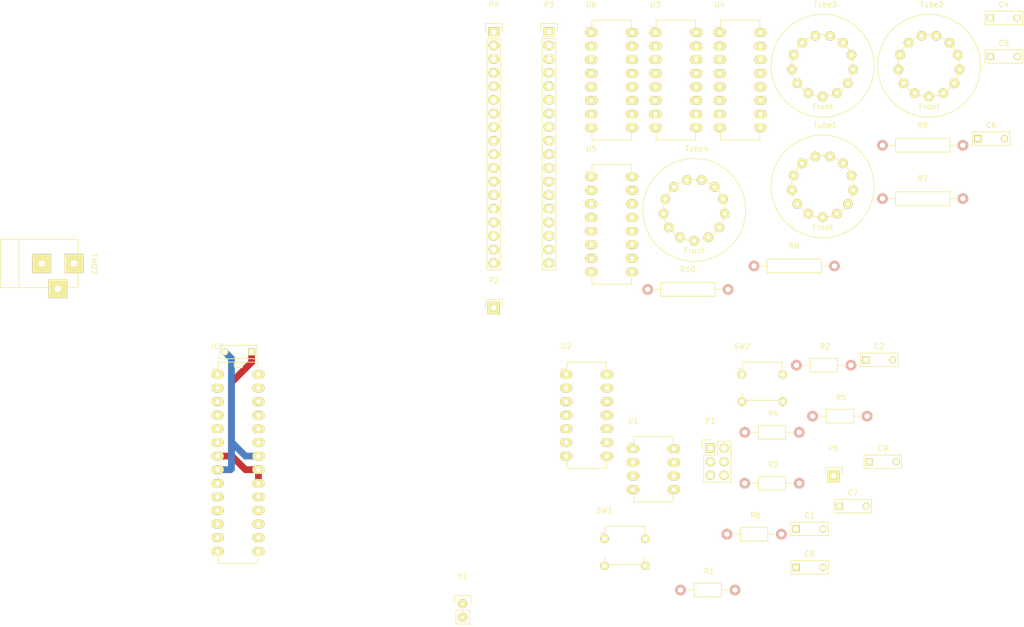
<source format=kicad_pcb>
(kicad_pcb (version 4) (host pcbnew "(2015-12-07 BZR 6352)-product")

  (general
    (links 170)
    (no_connects 170)
    (area 172.81525 41.37025 278.232752 152.24775)
    (thickness 1.6)
    (drawings 0)
    (tracks 18)
    (zones 0)
    (modules 39)
    (nets 92)
  )

  (page A4)
  (layers
    (0 F.Cu signal)
    (31 B.Cu signal)
    (32 B.Adhes user)
    (33 F.Adhes user)
    (34 B.Paste user)
    (35 F.Paste user)
    (36 B.SilkS user)
    (37 F.SilkS user)
    (38 B.Mask user)
    (39 F.Mask user)
    (40 Dwgs.User user)
    (41 Cmts.User user)
    (42 Eco1.User user)
    (43 Eco2.User user)
    (44 Edge.Cuts user)
    (45 Margin user)
    (46 B.CrtYd user)
    (47 F.CrtYd user)
    (48 B.Fab user)
    (49 F.Fab user)
  )

  (setup
    (last_trace_width 1.27)
    (user_trace_width 0.381)
    (user_trace_width 0.508)
    (user_trace_width 0.635)
    (user_trace_width 1.27)
    (trace_clearance 0.79375)
    (zone_clearance 0.508)
    (zone_45_only no)
    (trace_min 0.2)
    (segment_width 0.2)
    (edge_width 0.15)
    (via_size 1.4)
    (via_drill 0.6)
    (via_min_size 0.4)
    (via_min_drill 0.3)
    (uvia_size 0.3)
    (uvia_drill 0.1)
    (uvias_allowed no)
    (uvia_min_size 0)
    (uvia_min_drill 0)
    (pcb_text_width 0.3)
    (pcb_text_size 1.5 1.5)
    (mod_edge_width 0.15)
    (mod_text_size 1 1)
    (mod_text_width 0.15)
    (pad_size 3.50012 3.50012)
    (pad_drill 1.2)
    (pad_to_mask_clearance 0.2)
    (aux_axis_origin 0 0)
    (visible_elements FFFFFF7F)
    (pcbplotparams
      (layerselection 0x00030_80000001)
      (usegerberextensions false)
      (excludeedgelayer true)
      (linewidth 0.100000)
      (plotframeref false)
      (viasonmask false)
      (mode 1)
      (useauxorigin false)
      (hpglpennumber 1)
      (hpglpenspeed 20)
      (hpglpendiameter 15)
      (hpglpenoverlay 2)
      (psnegative false)
      (psa4output false)
      (plotreference true)
      (plotvalue true)
      (plotinvisibletext false)
      (padsonsilk false)
      (subtractmaskfromsilk false)
      (outputformat 1)
      (mirror false)
      (drillshape 1)
      (scaleselection 1)
      (outputdirectory ""))
  )

  (net 0 "")
  (net 1 "Net-(C1-Pad1)")
  (net 2 GND)
  (net 3 "Net-(C2-Pad1)")
  (net 4 +5V)
  (net 5 RESET)
  (net 6 MinTensA)
  (net 7 MinTensD)
  (net 8 MinTensB)
  (net 9 MinOnesA)
  (net 10 HourOnesB)
  (net 11 HourOnesC)
  (net 12 MinOnesD)
  (net 13 MinOnesB)
  (net 14 MinOnesC)
  (net 15 HourTensA)
  (net 16 HourTensD)
  (net 17 HourTensB)
  (net 18 HourTensC)
  (net 19 HourOnesA)
  (net 20 HourOnesD)
  (net 21 "Net-(IC1-Pad25)")
  (net 22 "Net-(IC1-Pad26)")
  (net 23 170V)
  (net 24 "Net-(R1-Pad2)")
  (net 25 "Net-(R2-Pad1)")
  (net 26 "Net-(R7-Pad1)")
  (net 27 "Net-(R8-Pad2)")
  (net 28 "Net-(R9-Pad2)")
  (net 29 "Net-(R10-Pad2)")
  (net 30 "Net-(Tube1-Pad2)")
  (net 31 "Net-(Tube1-Pad3)")
  (net 32 "Net-(Tube1-Pad4)")
  (net 33 "Net-(Tube1-Pad5)")
  (net 34 "Net-(Tube1-Pad6)")
  (net 35 "Net-(Tube1-Pad7)")
  (net 36 "Net-(Tube1-Pad8)")
  (net 37 "Net-(Tube1-Pad9)")
  (net 38 "Net-(Tube1-Pad10)")
  (net 39 "Net-(Tube1-Pad11)")
  (net 40 "Net-(Tube1-Pad12)")
  (net 41 "Net-(Tube1-Pad13)")
  (net 42 "Net-(Tube2-Pad2)")
  (net 43 "Net-(Tube2-Pad3)")
  (net 44 "Net-(Tube2-Pad4)")
  (net 45 "Net-(Tube2-Pad5)")
  (net 46 "Net-(Tube2-Pad6)")
  (net 47 "Net-(Tube2-Pad7)")
  (net 48 "Net-(Tube2-Pad8)")
  (net 49 "Net-(Tube2-Pad9)")
  (net 50 "Net-(Tube2-Pad10)")
  (net 51 "Net-(Tube2-Pad11)")
  (net 52 "Net-(Tube2-Pad12)")
  (net 53 "Net-(Tube2-Pad13)")
  (net 54 "Net-(Tube3-Pad2)")
  (net 55 "Net-(Tube3-Pad3)")
  (net 56 "Net-(Tube3-Pad4)")
  (net 57 "Net-(Tube3-Pad5)")
  (net 58 "Net-(Tube3-Pad6)")
  (net 59 "Net-(Tube3-Pad7)")
  (net 60 "Net-(Tube3-Pad8)")
  (net 61 "Net-(Tube3-Pad9)")
  (net 62 "Net-(Tube3-Pad10)")
  (net 63 "Net-(Tube3-Pad11)")
  (net 64 "Net-(Tube3-Pad12)")
  (net 65 "Net-(Tube3-Pad13)")
  (net 66 "Net-(Tube4-Pad2)")
  (net 67 "Net-(Tube4-Pad3)")
  (net 68 "Net-(Tube4-Pad4)")
  (net 69 "Net-(Tube4-Pad5)")
  (net 70 "Net-(Tube4-Pad6)")
  (net 71 "Net-(Tube4-Pad7)")
  (net 72 "Net-(Tube4-Pad8)")
  (net 73 "Net-(Tube4-Pad9)")
  (net 74 "Net-(Tube4-Pad10)")
  (net 75 "Net-(Tube4-Pad11)")
  (net 76 "Net-(Tube4-Pad12)")
  (net 77 "Net-(Tube4-Pad13)")
  (net 78 "Net-(U1-Pad1)")
  (net 79 "Net-(U1-Pad2)")
  (net 80 "Net-(U1-Pad7)")
  (net 81 "Net-(U2-Pad11)")
  (net 82 "Net-(U2-Pad5)")
  (net 83 "Net-(U2-Pad6)")
  (net 84 MinButton)
  (net 85 HourButton)
  (net 86 "Net-(U2-Pad13)")
  (net 87 MinTensC)
  (net 88 "Net-(U2-Pad8)")
  (net 89 "Net-(U2-Pad9)")
  (net 90 SDA)
  (net 91 SCL)

  (net_class Default "This is the default net class."
    (clearance 0.79375)
    (trace_width 0.381)
    (via_dia 1.4)
    (via_drill 0.6)
    (uvia_dia 0.3)
    (uvia_drill 0.1)
    (add_net +5V)
    (add_net 170V)
    (add_net GND)
    (add_net HourButton)
    (add_net HourOnesA)
    (add_net HourOnesB)
    (add_net HourOnesC)
    (add_net HourOnesD)
    (add_net HourTensA)
    (add_net HourTensB)
    (add_net HourTensC)
    (add_net HourTensD)
    (add_net MinButton)
    (add_net MinOnesA)
    (add_net MinOnesB)
    (add_net MinOnesC)
    (add_net MinOnesD)
    (add_net MinTensA)
    (add_net MinTensB)
    (add_net MinTensC)
    (add_net MinTensD)
    (add_net "Net-(C1-Pad1)")
    (add_net "Net-(C2-Pad1)")
    (add_net "Net-(IC1-Pad25)")
    (add_net "Net-(IC1-Pad26)")
    (add_net "Net-(R1-Pad2)")
    (add_net "Net-(R10-Pad2)")
    (add_net "Net-(R2-Pad1)")
    (add_net "Net-(R7-Pad1)")
    (add_net "Net-(R8-Pad2)")
    (add_net "Net-(R9-Pad2)")
    (add_net "Net-(Tube1-Pad10)")
    (add_net "Net-(Tube1-Pad11)")
    (add_net "Net-(Tube1-Pad12)")
    (add_net "Net-(Tube1-Pad13)")
    (add_net "Net-(Tube1-Pad2)")
    (add_net "Net-(Tube1-Pad3)")
    (add_net "Net-(Tube1-Pad4)")
    (add_net "Net-(Tube1-Pad5)")
    (add_net "Net-(Tube1-Pad6)")
    (add_net "Net-(Tube1-Pad7)")
    (add_net "Net-(Tube1-Pad8)")
    (add_net "Net-(Tube1-Pad9)")
    (add_net "Net-(Tube2-Pad10)")
    (add_net "Net-(Tube2-Pad11)")
    (add_net "Net-(Tube2-Pad12)")
    (add_net "Net-(Tube2-Pad13)")
    (add_net "Net-(Tube2-Pad2)")
    (add_net "Net-(Tube2-Pad3)")
    (add_net "Net-(Tube2-Pad4)")
    (add_net "Net-(Tube2-Pad5)")
    (add_net "Net-(Tube2-Pad6)")
    (add_net "Net-(Tube2-Pad7)")
    (add_net "Net-(Tube2-Pad8)")
    (add_net "Net-(Tube2-Pad9)")
    (add_net "Net-(Tube3-Pad10)")
    (add_net "Net-(Tube3-Pad11)")
    (add_net "Net-(Tube3-Pad12)")
    (add_net "Net-(Tube3-Pad13)")
    (add_net "Net-(Tube3-Pad2)")
    (add_net "Net-(Tube3-Pad3)")
    (add_net "Net-(Tube3-Pad4)")
    (add_net "Net-(Tube3-Pad5)")
    (add_net "Net-(Tube3-Pad6)")
    (add_net "Net-(Tube3-Pad7)")
    (add_net "Net-(Tube3-Pad8)")
    (add_net "Net-(Tube3-Pad9)")
    (add_net "Net-(Tube4-Pad10)")
    (add_net "Net-(Tube4-Pad11)")
    (add_net "Net-(Tube4-Pad12)")
    (add_net "Net-(Tube4-Pad13)")
    (add_net "Net-(Tube4-Pad2)")
    (add_net "Net-(Tube4-Pad3)")
    (add_net "Net-(Tube4-Pad4)")
    (add_net "Net-(Tube4-Pad5)")
    (add_net "Net-(Tube4-Pad6)")
    (add_net "Net-(Tube4-Pad7)")
    (add_net "Net-(Tube4-Pad8)")
    (add_net "Net-(Tube4-Pad9)")
    (add_net "Net-(U1-Pad1)")
    (add_net "Net-(U1-Pad2)")
    (add_net "Net-(U1-Pad7)")
    (add_net "Net-(U2-Pad11)")
    (add_net "Net-(U2-Pad13)")
    (add_net "Net-(U2-Pad5)")
    (add_net "Net-(U2-Pad6)")
    (add_net "Net-(U2-Pad8)")
    (add_net "Net-(U2-Pad9)")
    (add_net RESET)
    (add_net SCL)
    (add_net SDA)
  )

  (module Capacitors_ThroughHole:C_Rect_L7_W2.5_P5 (layer F.Cu) (tedit 0) (tstamp 56C92890)
    (at 234.944001 140.979)
    (descr "Film Capacitor Length 7mm x Width 2.5mm, Pitch 5mm")
    (tags Capacitor)
    (path /569B8BDB)
    (fp_text reference C1 (at 2.5 -2.5) (layer F.SilkS)
      (effects (font (size 1 1) (thickness 0.15)))
    )
    (fp_text value .47u (at 2.5 2.5) (layer F.Fab)
      (effects (font (size 1 1) (thickness 0.15)))
    )
    (fp_line (start -1.25 -1.5) (end 6.25 -1.5) (layer F.CrtYd) (width 0.05))
    (fp_line (start 6.25 -1.5) (end 6.25 1.5) (layer F.CrtYd) (width 0.05))
    (fp_line (start 6.25 1.5) (end -1.25 1.5) (layer F.CrtYd) (width 0.05))
    (fp_line (start -1.25 1.5) (end -1.25 -1.5) (layer F.CrtYd) (width 0.05))
    (fp_line (start -1 -1.25) (end 6 -1.25) (layer F.SilkS) (width 0.15))
    (fp_line (start 6 -1.25) (end 6 1.25) (layer F.SilkS) (width 0.15))
    (fp_line (start 6 1.25) (end -1 1.25) (layer F.SilkS) (width 0.15))
    (fp_line (start -1 1.25) (end -1 -1.25) (layer F.SilkS) (width 0.15))
    (pad 1 thru_hole rect (at 0 0) (size 1.3 1.3) (drill 0.8) (layers *.Cu *.Mask F.SilkS)
      (net 1 "Net-(C1-Pad1)"))
    (pad 2 thru_hole circle (at 5 0) (size 1.3 1.3) (drill 0.8) (layers *.Cu *.Mask F.SilkS)
      (net 2 GND))
  )

  (module Capacitors_ThroughHole:C_Rect_L7_W2.5_P5 (layer F.Cu) (tedit 0) (tstamp 56C9289E)
    (at 247.924001 109.429)
    (descr "Film Capacitor Length 7mm x Width 2.5mm, Pitch 5mm")
    (tags Capacitor)
    (path /569B8B60)
    (fp_text reference C2 (at 2.5 -2.5) (layer F.SilkS)
      (effects (font (size 1 1) (thickness 0.15)))
    )
    (fp_text value .47u (at 2.5 2.5) (layer F.Fab)
      (effects (font (size 1 1) (thickness 0.15)))
    )
    (fp_line (start -1.25 -1.5) (end 6.25 -1.5) (layer F.CrtYd) (width 0.05))
    (fp_line (start 6.25 -1.5) (end 6.25 1.5) (layer F.CrtYd) (width 0.05))
    (fp_line (start 6.25 1.5) (end -1.25 1.5) (layer F.CrtYd) (width 0.05))
    (fp_line (start -1.25 1.5) (end -1.25 -1.5) (layer F.CrtYd) (width 0.05))
    (fp_line (start -1 -1.25) (end 6 -1.25) (layer F.SilkS) (width 0.15))
    (fp_line (start 6 -1.25) (end 6 1.25) (layer F.SilkS) (width 0.15))
    (fp_line (start 6 1.25) (end -1 1.25) (layer F.SilkS) (width 0.15))
    (fp_line (start -1 1.25) (end -1 -1.25) (layer F.SilkS) (width 0.15))
    (pad 1 thru_hole rect (at 0 0) (size 1.3 1.3) (drill 0.8) (layers *.Cu *.Mask F.SilkS)
      (net 3 "Net-(C2-Pad1)"))
    (pad 2 thru_hole circle (at 5 0) (size 1.3 1.3) (drill 0.8) (layers *.Cu *.Mask F.SilkS)
      (net 2 GND))
  )

  (module Capacitors_ThroughHole:C_Rect_L7_W2.5_P5 (layer F.Cu) (tedit 0) (tstamp 56C928AC)
    (at 133.35 107.95 180)
    (descr "Film Capacitor Length 7mm x Width 2.5mm, Pitch 5mm")
    (tags Capacitor)
    (path /569AF74E/56B16D35)
    (fp_text reference C3 (at 2.5 -2.5 180) (layer F.SilkS)
      (effects (font (size 1 1) (thickness 0.15)))
    )
    (fp_text value .1u (at 2.5 2.5 180) (layer F.Fab)
      (effects (font (size 1 1) (thickness 0.15)))
    )
    (fp_line (start -1.25 -1.5) (end 6.25 -1.5) (layer F.CrtYd) (width 0.05))
    (fp_line (start 6.25 -1.5) (end 6.25 1.5) (layer F.CrtYd) (width 0.05))
    (fp_line (start 6.25 1.5) (end -1.25 1.5) (layer F.CrtYd) (width 0.05))
    (fp_line (start -1.25 1.5) (end -1.25 -1.5) (layer F.CrtYd) (width 0.05))
    (fp_line (start -1 -1.25) (end 6 -1.25) (layer F.SilkS) (width 0.15))
    (fp_line (start 6 -1.25) (end 6 1.25) (layer F.SilkS) (width 0.15))
    (fp_line (start 6 1.25) (end -1 1.25) (layer F.SilkS) (width 0.15))
    (fp_line (start -1 1.25) (end -1 -1.25) (layer F.SilkS) (width 0.15))
    (pad 1 thru_hole rect (at 0 0 180) (size 1.3 1.3) (drill 0.8) (layers *.Cu *.Mask F.SilkS)
      (net 4 +5V))
    (pad 2 thru_hole circle (at 5 0 180) (size 1.3 1.3) (drill 0.8) (layers *.Cu *.Mask F.SilkS)
      (net 2 GND))
  )

  (module Capacitors_ThroughHole:C_Rect_L7_W2.5_P5 (layer F.Cu) (tedit 0) (tstamp 56C928BA)
    (at 271.164001 45.589)
    (descr "Film Capacitor Length 7mm x Width 2.5mm, Pitch 5mm")
    (tags Capacitor)
    (path /569AF74E/56B172BF)
    (fp_text reference C4 (at 2.5 -2.5) (layer F.SilkS)
      (effects (font (size 1 1) (thickness 0.15)))
    )
    (fp_text value .1u (at 2.5 2.5) (layer F.Fab)
      (effects (font (size 1 1) (thickness 0.15)))
    )
    (fp_line (start -1.25 -1.5) (end 6.25 -1.5) (layer F.CrtYd) (width 0.05))
    (fp_line (start 6.25 -1.5) (end 6.25 1.5) (layer F.CrtYd) (width 0.05))
    (fp_line (start 6.25 1.5) (end -1.25 1.5) (layer F.CrtYd) (width 0.05))
    (fp_line (start -1.25 1.5) (end -1.25 -1.5) (layer F.CrtYd) (width 0.05))
    (fp_line (start -1 -1.25) (end 6 -1.25) (layer F.SilkS) (width 0.15))
    (fp_line (start 6 -1.25) (end 6 1.25) (layer F.SilkS) (width 0.15))
    (fp_line (start 6 1.25) (end -1 1.25) (layer F.SilkS) (width 0.15))
    (fp_line (start -1 1.25) (end -1 -1.25) (layer F.SilkS) (width 0.15))
    (pad 1 thru_hole rect (at 0 0) (size 1.3 1.3) (drill 0.8) (layers *.Cu *.Mask F.SilkS)
      (net 4 +5V))
    (pad 2 thru_hole circle (at 5 0) (size 1.3 1.3) (drill 0.8) (layers *.Cu *.Mask F.SilkS)
      (net 2 GND))
  )

  (module Capacitors_ThroughHole:C_Rect_L7_W2.5_P5 (layer F.Cu) (tedit 0) (tstamp 56C928C8)
    (at 271.164001 52.789)
    (descr "Film Capacitor Length 7mm x Width 2.5mm, Pitch 5mm")
    (tags Capacitor)
    (path /569AF74E/56B17396)
    (fp_text reference C5 (at 2.5 -2.5) (layer F.SilkS)
      (effects (font (size 1 1) (thickness 0.15)))
    )
    (fp_text value .1u (at 2.5 2.5) (layer F.Fab)
      (effects (font (size 1 1) (thickness 0.15)))
    )
    (fp_line (start -1.25 -1.5) (end 6.25 -1.5) (layer F.CrtYd) (width 0.05))
    (fp_line (start 6.25 -1.5) (end 6.25 1.5) (layer F.CrtYd) (width 0.05))
    (fp_line (start 6.25 1.5) (end -1.25 1.5) (layer F.CrtYd) (width 0.05))
    (fp_line (start -1.25 1.5) (end -1.25 -1.5) (layer F.CrtYd) (width 0.05))
    (fp_line (start -1 -1.25) (end 6 -1.25) (layer F.SilkS) (width 0.15))
    (fp_line (start 6 -1.25) (end 6 1.25) (layer F.SilkS) (width 0.15))
    (fp_line (start 6 1.25) (end -1 1.25) (layer F.SilkS) (width 0.15))
    (fp_line (start -1 1.25) (end -1 -1.25) (layer F.SilkS) (width 0.15))
    (pad 1 thru_hole rect (at 0 0) (size 1.3 1.3) (drill 0.8) (layers *.Cu *.Mask F.SilkS)
      (net 4 +5V))
    (pad 2 thru_hole circle (at 5 0) (size 1.3 1.3) (drill 0.8) (layers *.Cu *.Mask F.SilkS)
      (net 2 GND))
  )

  (module Capacitors_ThroughHole:C_Rect_L7_W2.5_P5 (layer F.Cu) (tedit 0) (tstamp 56C928D6)
    (at 268.814001 68.119)
    (descr "Film Capacitor Length 7mm x Width 2.5mm, Pitch 5mm")
    (tags Capacitor)
    (path /569AF74E/56B173AA)
    (fp_text reference C6 (at 2.5 -2.5) (layer F.SilkS)
      (effects (font (size 1 1) (thickness 0.15)))
    )
    (fp_text value .1u (at 2.5 2.5) (layer F.Fab)
      (effects (font (size 1 1) (thickness 0.15)))
    )
    (fp_line (start -1.25 -1.5) (end 6.25 -1.5) (layer F.CrtYd) (width 0.05))
    (fp_line (start 6.25 -1.5) (end 6.25 1.5) (layer F.CrtYd) (width 0.05))
    (fp_line (start 6.25 1.5) (end -1.25 1.5) (layer F.CrtYd) (width 0.05))
    (fp_line (start -1.25 1.5) (end -1.25 -1.5) (layer F.CrtYd) (width 0.05))
    (fp_line (start -1 -1.25) (end 6 -1.25) (layer F.SilkS) (width 0.15))
    (fp_line (start 6 -1.25) (end 6 1.25) (layer F.SilkS) (width 0.15))
    (fp_line (start 6 1.25) (end -1 1.25) (layer F.SilkS) (width 0.15))
    (fp_line (start -1 1.25) (end -1 -1.25) (layer F.SilkS) (width 0.15))
    (pad 1 thru_hole rect (at 0 0) (size 1.3 1.3) (drill 0.8) (layers *.Cu *.Mask F.SilkS)
      (net 4 +5V))
    (pad 2 thru_hole circle (at 5 0) (size 1.3 1.3) (drill 0.8) (layers *.Cu *.Mask F.SilkS)
      (net 2 GND))
  )

  (module Capacitors_ThroughHole:C_Rect_L7_W2.5_P5 (layer F.Cu) (tedit 0) (tstamp 56C928E4)
    (at 242.994001 136.749)
    (descr "Film Capacitor Length 7mm x Width 2.5mm, Pitch 5mm")
    (tags Capacitor)
    (path /56B63B9D)
    (fp_text reference C7 (at 2.5 -2.5) (layer F.SilkS)
      (effects (font (size 1 1) (thickness 0.15)))
    )
    (fp_text value .1u (at 2.5 2.5) (layer F.Fab)
      (effects (font (size 1 1) (thickness 0.15)))
    )
    (fp_line (start -1.25 -1.5) (end 6.25 -1.5) (layer F.CrtYd) (width 0.05))
    (fp_line (start 6.25 -1.5) (end 6.25 1.5) (layer F.CrtYd) (width 0.05))
    (fp_line (start 6.25 1.5) (end -1.25 1.5) (layer F.CrtYd) (width 0.05))
    (fp_line (start -1.25 1.5) (end -1.25 -1.5) (layer F.CrtYd) (width 0.05))
    (fp_line (start -1 -1.25) (end 6 -1.25) (layer F.SilkS) (width 0.15))
    (fp_line (start 6 -1.25) (end 6 1.25) (layer F.SilkS) (width 0.15))
    (fp_line (start 6 1.25) (end -1 1.25) (layer F.SilkS) (width 0.15))
    (fp_line (start -1 1.25) (end -1 -1.25) (layer F.SilkS) (width 0.15))
    (pad 1 thru_hole rect (at 0 0) (size 1.3 1.3) (drill 0.8) (layers *.Cu *.Mask F.SilkS)
      (net 4 +5V))
    (pad 2 thru_hole circle (at 5 0) (size 1.3 1.3) (drill 0.8) (layers *.Cu *.Mask F.SilkS)
      (net 2 GND))
  )

  (module Capacitors_ThroughHole:C_Rect_L7_W2.5_P5 (layer F.Cu) (tedit 0) (tstamp 56C928F2)
    (at 234.944001 148.179)
    (descr "Film Capacitor Length 7mm x Width 2.5mm, Pitch 5mm")
    (tags Capacitor)
    (path /56B63F9C)
    (fp_text reference C8 (at 2.5 -2.5) (layer F.SilkS)
      (effects (font (size 1 1) (thickness 0.15)))
    )
    (fp_text value .1u (at 2.5 2.5) (layer F.Fab)
      (effects (font (size 1 1) (thickness 0.15)))
    )
    (fp_line (start -1.25 -1.5) (end 6.25 -1.5) (layer F.CrtYd) (width 0.05))
    (fp_line (start 6.25 -1.5) (end 6.25 1.5) (layer F.CrtYd) (width 0.05))
    (fp_line (start 6.25 1.5) (end -1.25 1.5) (layer F.CrtYd) (width 0.05))
    (fp_line (start -1.25 1.5) (end -1.25 -1.5) (layer F.CrtYd) (width 0.05))
    (fp_line (start -1 -1.25) (end 6 -1.25) (layer F.SilkS) (width 0.15))
    (fp_line (start 6 -1.25) (end 6 1.25) (layer F.SilkS) (width 0.15))
    (fp_line (start 6 1.25) (end -1 1.25) (layer F.SilkS) (width 0.15))
    (fp_line (start -1 1.25) (end -1 -1.25) (layer F.SilkS) (width 0.15))
    (pad 1 thru_hole rect (at 0 0) (size 1.3 1.3) (drill 0.8) (layers *.Cu *.Mask F.SilkS)
      (net 4 +5V))
    (pad 2 thru_hole circle (at 5 0) (size 1.3 1.3) (drill 0.8) (layers *.Cu *.Mask F.SilkS)
      (net 2 GND))
  )

  (module Capacitors_ThroughHole:C_Rect_L7_W2.5_P5 (layer F.Cu) (tedit 0) (tstamp 56C92900)
    (at 248.604001 128.449)
    (descr "Film Capacitor Length 7mm x Width 2.5mm, Pitch 5mm")
    (tags Capacitor)
    (path /56B6957A)
    (fp_text reference C9 (at 2.5 -2.5) (layer F.SilkS)
      (effects (font (size 1 1) (thickness 0.15)))
    )
    (fp_text value .1u (at 2.5 2.5) (layer F.Fab)
      (effects (font (size 1 1) (thickness 0.15)))
    )
    (fp_line (start -1.25 -1.5) (end 6.25 -1.5) (layer F.CrtYd) (width 0.05))
    (fp_line (start 6.25 -1.5) (end 6.25 1.5) (layer F.CrtYd) (width 0.05))
    (fp_line (start 6.25 1.5) (end -1.25 1.5) (layer F.CrtYd) (width 0.05))
    (fp_line (start -1.25 1.5) (end -1.25 -1.5) (layer F.CrtYd) (width 0.05))
    (fp_line (start -1 -1.25) (end 6 -1.25) (layer F.SilkS) (width 0.15))
    (fp_line (start 6 -1.25) (end 6 1.25) (layer F.SilkS) (width 0.15))
    (fp_line (start 6 1.25) (end -1 1.25) (layer F.SilkS) (width 0.15))
    (fp_line (start -1 1.25) (end -1 -1.25) (layer F.SilkS) (width 0.15))
    (pad 1 thru_hole rect (at 0 0) (size 1.3 1.3) (drill 0.8) (layers *.Cu *.Mask F.SilkS)
      (net 4 +5V))
    (pad 2 thru_hole circle (at 5 0) (size 1.3 1.3) (drill 0.8) (layers *.Cu *.Mask F.SilkS)
      (net 2 GND))
  )

  (module Connect:BARREL_JACK (layer F.Cu) (tedit 56C92711) (tstamp 56C9290C)
    (at 93.98 91.44)
    (descr "DC Barrel Jack")
    (tags "Power Jack")
    (path /569AE539)
    (fp_text reference CON1 (at 10.09904 0 90) (layer F.SilkS)
      (effects (font (size 1 1) (thickness 0.15)))
    )
    (fp_text value BARREL_JACK (at 0 -5.99948) (layer F.Fab)
      (effects (font (size 1 1) (thickness 0.15)))
    )
    (fp_line (start -4.0005 -4.50088) (end -4.0005 4.50088) (layer F.SilkS) (width 0.15))
    (fp_line (start -7.50062 -4.50088) (end -7.50062 4.50088) (layer F.SilkS) (width 0.15))
    (fp_line (start -7.50062 4.50088) (end 7.00024 4.50088) (layer F.SilkS) (width 0.15))
    (fp_line (start 7.00024 4.50088) (end 7.00024 -4.50088) (layer F.SilkS) (width 0.15))
    (fp_line (start 7.00024 -4.50088) (end -7.50062 -4.50088) (layer F.SilkS) (width 0.15))
    (pad 1 thru_hole rect (at 6.20014 0) (size 3.50012 3.50012) (drill 1.2) (layers *.Cu *.Mask F.SilkS)
      (net 4 +5V))
    (pad 2 thru_hole rect (at 0.20066 0) (size 3.50012 3.50012) (drill 1.2) (layers *.Cu *.Mask F.SilkS)
      (net 2 GND))
    (pad 3 thru_hole rect (at 3.2004 4.699) (size 3.50012 3.50012) (drill 1.2) (layers *.Cu *.Mask F.SilkS)
      (net 2 GND))
  )

  (module Housings_DIP:DIP-28_W7.62mm_LongPads (layer F.Cu) (tedit 54130A77) (tstamp 56C92937)
    (at 127 112.149)
    (descr "28-lead dip package, row spacing 7.62 mm (300 mils), longer pads")
    (tags "dil dip 2.54 300")
    (path /569AD4F9)
    (fp_text reference IC1 (at 0 -5.22) (layer F.SilkS)
      (effects (font (size 1 1) (thickness 0.15)))
    )
    (fp_text value ATMEGA328P-P (at 0 -3.72) (layer F.Fab)
      (effects (font (size 1 1) (thickness 0.15)))
    )
    (fp_line (start -1.4 -2.45) (end -1.4 35.5) (layer F.CrtYd) (width 0.05))
    (fp_line (start 9 -2.45) (end 9 35.5) (layer F.CrtYd) (width 0.05))
    (fp_line (start -1.4 -2.45) (end 9 -2.45) (layer F.CrtYd) (width 0.05))
    (fp_line (start -1.4 35.5) (end 9 35.5) (layer F.CrtYd) (width 0.05))
    (fp_line (start 0.135 -2.295) (end 0.135 -1.025) (layer F.SilkS) (width 0.15))
    (fp_line (start 7.485 -2.295) (end 7.485 -1.025) (layer F.SilkS) (width 0.15))
    (fp_line (start 7.485 35.315) (end 7.485 34.045) (layer F.SilkS) (width 0.15))
    (fp_line (start 0.135 35.315) (end 0.135 34.045) (layer F.SilkS) (width 0.15))
    (fp_line (start 0.135 -2.295) (end 7.485 -2.295) (layer F.SilkS) (width 0.15))
    (fp_line (start 0.135 35.315) (end 7.485 35.315) (layer F.SilkS) (width 0.15))
    (fp_line (start 0.135 -1.025) (end -1.15 -1.025) (layer F.SilkS) (width 0.15))
    (pad 1 thru_hole oval (at 0 0) (size 2.3 1.6) (drill 0.8) (layers *.Cu *.Mask F.SilkS)
      (net 5 RESET))
    (pad 2 thru_hole oval (at 0 2.54) (size 2.3 1.6) (drill 0.8) (layers *.Cu *.Mask F.SilkS)
      (net 15 HourTensA))
    (pad 3 thru_hole oval (at 0 5.08) (size 2.3 1.6) (drill 0.8) (layers *.Cu *.Mask F.SilkS)
      (net 16 HourTensD))
    (pad 4 thru_hole oval (at 0 7.62) (size 2.3 1.6) (drill 0.8) (layers *.Cu *.Mask F.SilkS)
      (net 17 HourTensB))
    (pad 5 thru_hole oval (at 0 10.16) (size 2.3 1.6) (drill 0.8) (layers *.Cu *.Mask F.SilkS)
      (net 18 HourTensC))
    (pad 6 thru_hole oval (at 0 12.7) (size 2.3 1.6) (drill 0.8) (layers *.Cu *.Mask F.SilkS)
      (net 11 HourOnesC))
    (pad 7 thru_hole oval (at 0 15.24) (size 2.3 1.6) (drill 0.8) (layers *.Cu *.Mask F.SilkS)
      (net 4 +5V))
    (pad 8 thru_hole oval (at 0 17.78) (size 2.3 1.6) (drill 0.8) (layers *.Cu *.Mask F.SilkS)
      (net 2 GND))
    (pad 9 thru_hole oval (at 0 20.32) (size 2.3 1.6) (drill 0.8) (layers *.Cu *.Mask F.SilkS)
      (net 14 MinOnesC))
    (pad 10 thru_hole oval (at 0 22.86) (size 2.3 1.6) (drill 0.8) (layers *.Cu *.Mask F.SilkS)
      (net 13 MinOnesB))
    (pad 11 thru_hole oval (at 0 25.4) (size 2.3 1.6) (drill 0.8) (layers *.Cu *.Mask F.SilkS)
      (net 10 HourOnesB))
    (pad 12 thru_hole oval (at 0 27.94) (size 2.3 1.6) (drill 0.8) (layers *.Cu *.Mask F.SilkS)
      (net 20 HourOnesD))
    (pad 13 thru_hole oval (at 0 30.48) (size 2.3 1.6) (drill 0.8) (layers *.Cu *.Mask F.SilkS)
      (net 19 HourOnesA))
    (pad 14 thru_hole oval (at 0 33.02) (size 2.3 1.6) (drill 0.8) (layers *.Cu *.Mask F.SilkS)
      (net 87 MinTensC))
    (pad 15 thru_hole oval (at 7.62 33.02) (size 2.3 1.6) (drill 0.8) (layers *.Cu *.Mask F.SilkS)
      (net 6 MinTensA))
    (pad 16 thru_hole oval (at 7.62 30.48) (size 2.3 1.6) (drill 0.8) (layers *.Cu *.Mask F.SilkS)
      (net 7 MinTensD))
    (pad 17 thru_hole oval (at 7.62 27.94) (size 2.3 1.6) (drill 0.8) (layers *.Cu *.Mask F.SilkS)
      (net 8 MinTensB))
    (pad 18 thru_hole oval (at 7.62 25.4) (size 2.3 1.6) (drill 0.8) (layers *.Cu *.Mask F.SilkS)
      (net 9 MinOnesA))
    (pad 19 thru_hole oval (at 7.62 22.86) (size 2.3 1.6) (drill 0.8) (layers *.Cu *.Mask F.SilkS)
      (net 12 MinOnesD))
    (pad 20 thru_hole oval (at 7.62 20.32) (size 2.3 1.6) (drill 0.8) (layers *.Cu *.Mask F.SilkS)
      (net 4 +5V))
    (pad 21 thru_hole oval (at 7.62 17.78) (size 2.3 1.6) (drill 0.8) (layers *.Cu *.Mask F.SilkS)
      (net 4 +5V))
    (pad 22 thru_hole oval (at 7.62 15.24) (size 2.3 1.6) (drill 0.8) (layers *.Cu *.Mask F.SilkS)
      (net 2 GND))
    (pad 23 thru_hole oval (at 7.62 12.7) (size 2.3 1.6) (drill 0.8) (layers *.Cu *.Mask F.SilkS)
      (net 84 MinButton))
    (pad 24 thru_hole oval (at 7.62 10.16) (size 2.3 1.6) (drill 0.8) (layers *.Cu *.Mask F.SilkS)
      (net 85 HourButton))
    (pad 25 thru_hole oval (at 7.62 7.62) (size 2.3 1.6) (drill 0.8) (layers *.Cu *.Mask F.SilkS)
      (net 21 "Net-(IC1-Pad25)"))
    (pad 26 thru_hole oval (at 7.62 5.08) (size 2.3 1.6) (drill 0.8) (layers *.Cu *.Mask F.SilkS)
      (net 22 "Net-(IC1-Pad26)"))
    (pad 27 thru_hole oval (at 7.62 2.54) (size 2.3 1.6) (drill 0.8) (layers *.Cu *.Mask F.SilkS)
      (net 90 SDA))
    (pad 28 thru_hole oval (at 7.62 0) (size 2.3 1.6) (drill 0.8) (layers *.Cu *.Mask F.SilkS)
      (net 91 SCL))
    (model Housings_DIP.3dshapes/DIP-28_W7.62mm_LongPads.wrl
      (at (xyz 0 0 0))
      (scale (xyz 1 1 1))
      (rotate (xyz 0 0 0))
    )
  )

  (module Pin_Headers:Pin_Header_Straight_2x03 (layer F.Cu) (tedit 54EA0A4B) (tstamp 56C9294E)
    (at 218.937333 125.909)
    (descr "Through hole pin header")
    (tags "pin header")
    (path /569BDE7D)
    (fp_text reference P1 (at 0 -5.1) (layer F.SilkS)
      (effects (font (size 1 1) (thickness 0.15)))
    )
    (fp_text value CONN_02X03 (at 0 -3.1) (layer F.Fab)
      (effects (font (size 1 1) (thickness 0.15)))
    )
    (fp_line (start -1.27 1.27) (end -1.27 6.35) (layer F.SilkS) (width 0.15))
    (fp_line (start -1.55 -1.55) (end 0 -1.55) (layer F.SilkS) (width 0.15))
    (fp_line (start -1.75 -1.75) (end -1.75 6.85) (layer F.CrtYd) (width 0.05))
    (fp_line (start 4.3 -1.75) (end 4.3 6.85) (layer F.CrtYd) (width 0.05))
    (fp_line (start -1.75 -1.75) (end 4.3 -1.75) (layer F.CrtYd) (width 0.05))
    (fp_line (start -1.75 6.85) (end 4.3 6.85) (layer F.CrtYd) (width 0.05))
    (fp_line (start 1.27 -1.27) (end 1.27 1.27) (layer F.SilkS) (width 0.15))
    (fp_line (start 1.27 1.27) (end -1.27 1.27) (layer F.SilkS) (width 0.15))
    (fp_line (start -1.27 6.35) (end 3.81 6.35) (layer F.SilkS) (width 0.15))
    (fp_line (start 3.81 6.35) (end 3.81 1.27) (layer F.SilkS) (width 0.15))
    (fp_line (start -1.55 -1.55) (end -1.55 0) (layer F.SilkS) (width 0.15))
    (fp_line (start 3.81 -1.27) (end 1.27 -1.27) (layer F.SilkS) (width 0.15))
    (fp_line (start 3.81 1.27) (end 3.81 -1.27) (layer F.SilkS) (width 0.15))
    (pad 1 thru_hole rect (at 0 0) (size 1.7272 1.7272) (drill 1.016) (layers *.Cu *.Mask F.SilkS)
      (net 19 HourOnesA))
    (pad 2 thru_hole oval (at 2.54 0) (size 1.7272 1.7272) (drill 1.016) (layers *.Cu *.Mask F.SilkS)
      (net 4 +5V))
    (pad 3 thru_hole oval (at 0 2.54) (size 1.7272 1.7272) (drill 1.016) (layers *.Cu *.Mask F.SilkS)
      (net 20 HourOnesD))
    (pad 4 thru_hole oval (at 2.54 2.54) (size 1.7272 1.7272) (drill 1.016) (layers *.Cu *.Mask F.SilkS)
      (net 18 HourTensC))
    (pad 5 thru_hole oval (at 0 5.08) (size 1.7272 1.7272) (drill 1.016) (layers *.Cu *.Mask F.SilkS)
      (net 5 RESET))
    (pad 6 thru_hole oval (at 2.54 5.08) (size 1.7272 1.7272) (drill 1.016) (layers *.Cu *.Mask F.SilkS)
      (net 2 GND))
    (model Pin_Headers.3dshapes/Pin_Header_Straight_2x03.wrl
      (at (xyz 0.05 -0.1 0))
      (scale (xyz 1 1 1))
      (rotate (xyz 0 0 90))
    )
  )

  (module Pin_Headers:Pin_Header_Straight_1x01 (layer F.Cu) (tedit 54EA08DC) (tstamp 56C9295B)
    (at 178.517333 99.689)
    (descr "Through hole pin header")
    (tags "pin header")
    (path /569AF74E/569B4014)
    (fp_text reference P2 (at 0 -5.1) (layer F.SilkS)
      (effects (font (size 1 1) (thickness 0.15)))
    )
    (fp_text value CONN_01X01 (at 0 -3.1) (layer F.Fab)
      (effects (font (size 1 1) (thickness 0.15)))
    )
    (fp_line (start 1.55 -1.55) (end 1.55 0) (layer F.SilkS) (width 0.15))
    (fp_line (start -1.75 -1.75) (end -1.75 1.75) (layer F.CrtYd) (width 0.05))
    (fp_line (start 1.75 -1.75) (end 1.75 1.75) (layer F.CrtYd) (width 0.05))
    (fp_line (start -1.75 -1.75) (end 1.75 -1.75) (layer F.CrtYd) (width 0.05))
    (fp_line (start -1.75 1.75) (end 1.75 1.75) (layer F.CrtYd) (width 0.05))
    (fp_line (start -1.55 0) (end -1.55 -1.55) (layer F.SilkS) (width 0.15))
    (fp_line (start -1.55 -1.55) (end 1.55 -1.55) (layer F.SilkS) (width 0.15))
    (fp_line (start -1.27 1.27) (end 1.27 1.27) (layer F.SilkS) (width 0.15))
    (pad 1 thru_hole rect (at 0 0) (size 2.2352 2.2352) (drill 1.016) (layers *.Cu *.Mask F.SilkS)
      (net 23 170V))
    (model Pin_Headers.3dshapes/Pin_Header_Straight_1x01.wrl
      (at (xyz 0 0 0))
      (scale (xyz 1 1 1))
      (rotate (xyz 0 0 90))
    )
  )

  (module Pin_Headers:Pin_Header_Straight_1x18 (layer F.Cu) (tedit 0) (tstamp 56C9297C)
    (at 188.837333 48.189)
    (descr "Through hole pin header")
    (tags "pin header")
    (path /569AF74E/569C3849)
    (fp_text reference P3 (at 0 -5.1) (layer F.SilkS)
      (effects (font (size 1 1) (thickness 0.15)))
    )
    (fp_text value CONN_01X18 (at 0 -3.1) (layer F.Fab)
      (effects (font (size 1 1) (thickness 0.15)))
    )
    (fp_line (start -1.75 -1.75) (end -1.75 44.95) (layer F.CrtYd) (width 0.05))
    (fp_line (start 1.75 -1.75) (end 1.75 44.95) (layer F.CrtYd) (width 0.05))
    (fp_line (start -1.75 -1.75) (end 1.75 -1.75) (layer F.CrtYd) (width 0.05))
    (fp_line (start -1.75 44.95) (end 1.75 44.95) (layer F.CrtYd) (width 0.05))
    (fp_line (start 1.27 1.27) (end 1.27 44.45) (layer F.SilkS) (width 0.15))
    (fp_line (start 1.27 44.45) (end -1.27 44.45) (layer F.SilkS) (width 0.15))
    (fp_line (start -1.27 44.45) (end -1.27 1.27) (layer F.SilkS) (width 0.15))
    (fp_line (start 1.55 -1.55) (end 1.55 0) (layer F.SilkS) (width 0.15))
    (fp_line (start 1.27 1.27) (end -1.27 1.27) (layer F.SilkS) (width 0.15))
    (fp_line (start -1.55 0) (end -1.55 -1.55) (layer F.SilkS) (width 0.15))
    (fp_line (start -1.55 -1.55) (end 1.55 -1.55) (layer F.SilkS) (width 0.15))
    (pad 1 thru_hole rect (at 0 0) (size 2.032 1.7272) (drill 1.016) (layers *.Cu *.Mask F.SilkS)
      (net 4 +5V))
    (pad 2 thru_hole oval (at 0 2.54) (size 2.032 1.7272) (drill 1.016) (layers *.Cu *.Mask F.SilkS)
      (net 15 HourTensA))
    (pad 3 thru_hole oval (at 0 5.08) (size 2.032 1.7272) (drill 1.016) (layers *.Cu *.Mask F.SilkS)
      (net 16 HourTensD))
    (pad 4 thru_hole oval (at 0 7.62) (size 2.032 1.7272) (drill 1.016) (layers *.Cu *.Mask F.SilkS)
      (net 17 HourTensB))
    (pad 5 thru_hole oval (at 0 10.16) (size 2.032 1.7272) (drill 1.016) (layers *.Cu *.Mask F.SilkS)
      (net 18 HourTensC))
    (pad 6 thru_hole oval (at 0 12.7) (size 2.032 1.7272) (drill 1.016) (layers *.Cu *.Mask F.SilkS)
      (net 11 HourOnesC))
    (pad 7 thru_hole oval (at 0 15.24) (size 2.032 1.7272) (drill 1.016) (layers *.Cu *.Mask F.SilkS)
      (net 10 HourOnesB))
    (pad 8 thru_hole oval (at 0 17.78) (size 2.032 1.7272) (drill 1.016) (layers *.Cu *.Mask F.SilkS)
      (net 20 HourOnesD))
    (pad 9 thru_hole oval (at 0 20.32) (size 2.032 1.7272) (drill 1.016) (layers *.Cu *.Mask F.SilkS)
      (net 19 HourOnesA))
    (pad 10 thru_hole oval (at 0 22.86) (size 2.032 1.7272) (drill 1.016) (layers *.Cu *.Mask F.SilkS)
      (net 87 MinTensC))
    (pad 11 thru_hole oval (at 0 25.4) (size 2.032 1.7272) (drill 1.016) (layers *.Cu *.Mask F.SilkS)
      (net 8 MinTensB))
    (pad 12 thru_hole oval (at 0 27.94) (size 2.032 1.7272) (drill 1.016) (layers *.Cu *.Mask F.SilkS)
      (net 7 MinTensD))
    (pad 13 thru_hole oval (at 0 30.48) (size 2.032 1.7272) (drill 1.016) (layers *.Cu *.Mask F.SilkS)
      (net 6 MinTensA))
    (pad 14 thru_hole oval (at 0 33.02) (size 2.032 1.7272) (drill 1.016) (layers *.Cu *.Mask F.SilkS)
      (net 14 MinOnesC))
    (pad 15 thru_hole oval (at 0 35.56) (size 2.032 1.7272) (drill 1.016) (layers *.Cu *.Mask F.SilkS)
      (net 13 MinOnesB))
    (pad 16 thru_hole oval (at 0 38.1) (size 2.032 1.7272) (drill 1.016) (layers *.Cu *.Mask F.SilkS)
      (net 12 MinOnesD))
    (pad 17 thru_hole oval (at 0 40.64) (size 2.032 1.7272) (drill 1.016) (layers *.Cu *.Mask F.SilkS)
      (net 9 MinOnesA))
    (pad 18 thru_hole oval (at 0 43.18) (size 2.032 1.7272) (drill 1.016) (layers *.Cu *.Mask F.SilkS)
      (net 2 GND))
    (model Pin_Headers.3dshapes/Pin_Header_Straight_1x18.wrl
      (at (xyz 0 -0.85 0))
      (scale (xyz 1 1 1))
      (rotate (xyz 0 0 90))
    )
  )

  (module Pin_Headers:Pin_Header_Straight_1x18 (layer F.Cu) (tedit 0) (tstamp 56C9299D)
    (at 178.517333 48.189)
    (descr "Through hole pin header")
    (tags "pin header")
    (path /569AF74E/569C3BDF)
    (fp_text reference P4 (at 0 -5.1) (layer F.SilkS)
      (effects (font (size 1 1) (thickness 0.15)))
    )
    (fp_text value CONN_01X18 (at 0 -3.1) (layer F.Fab)
      (effects (font (size 1 1) (thickness 0.15)))
    )
    (fp_line (start -1.75 -1.75) (end -1.75 44.95) (layer F.CrtYd) (width 0.05))
    (fp_line (start 1.75 -1.75) (end 1.75 44.95) (layer F.CrtYd) (width 0.05))
    (fp_line (start -1.75 -1.75) (end 1.75 -1.75) (layer F.CrtYd) (width 0.05))
    (fp_line (start -1.75 44.95) (end 1.75 44.95) (layer F.CrtYd) (width 0.05))
    (fp_line (start 1.27 1.27) (end 1.27 44.45) (layer F.SilkS) (width 0.15))
    (fp_line (start 1.27 44.45) (end -1.27 44.45) (layer F.SilkS) (width 0.15))
    (fp_line (start -1.27 44.45) (end -1.27 1.27) (layer F.SilkS) (width 0.15))
    (fp_line (start 1.55 -1.55) (end 1.55 0) (layer F.SilkS) (width 0.15))
    (fp_line (start 1.27 1.27) (end -1.27 1.27) (layer F.SilkS) (width 0.15))
    (fp_line (start -1.55 0) (end -1.55 -1.55) (layer F.SilkS) (width 0.15))
    (fp_line (start -1.55 -1.55) (end 1.55 -1.55) (layer F.SilkS) (width 0.15))
    (pad 1 thru_hole rect (at 0 0) (size 2.032 1.7272) (drill 1.016) (layers *.Cu *.Mask F.SilkS)
      (net 4 +5V))
    (pad 2 thru_hole oval (at 0 2.54) (size 2.032 1.7272) (drill 1.016) (layers *.Cu *.Mask F.SilkS)
      (net 15 HourTensA))
    (pad 3 thru_hole oval (at 0 5.08) (size 2.032 1.7272) (drill 1.016) (layers *.Cu *.Mask F.SilkS)
      (net 16 HourTensD))
    (pad 4 thru_hole oval (at 0 7.62) (size 2.032 1.7272) (drill 1.016) (layers *.Cu *.Mask F.SilkS)
      (net 17 HourTensB))
    (pad 5 thru_hole oval (at 0 10.16) (size 2.032 1.7272) (drill 1.016) (layers *.Cu *.Mask F.SilkS)
      (net 18 HourTensC))
    (pad 6 thru_hole oval (at 0 12.7) (size 2.032 1.7272) (drill 1.016) (layers *.Cu *.Mask F.SilkS)
      (net 11 HourOnesC))
    (pad 7 thru_hole oval (at 0 15.24) (size 2.032 1.7272) (drill 1.016) (layers *.Cu *.Mask F.SilkS)
      (net 10 HourOnesB))
    (pad 8 thru_hole oval (at 0 17.78) (size 2.032 1.7272) (drill 1.016) (layers *.Cu *.Mask F.SilkS)
      (net 20 HourOnesD))
    (pad 9 thru_hole oval (at 0 20.32) (size 2.032 1.7272) (drill 1.016) (layers *.Cu *.Mask F.SilkS)
      (net 19 HourOnesA))
    (pad 10 thru_hole oval (at 0 22.86) (size 2.032 1.7272) (drill 1.016) (layers *.Cu *.Mask F.SilkS)
      (net 87 MinTensC))
    (pad 11 thru_hole oval (at 0 25.4) (size 2.032 1.7272) (drill 1.016) (layers *.Cu *.Mask F.SilkS)
      (net 8 MinTensB))
    (pad 12 thru_hole oval (at 0 27.94) (size 2.032 1.7272) (drill 1.016) (layers *.Cu *.Mask F.SilkS)
      (net 7 MinTensD))
    (pad 13 thru_hole oval (at 0 30.48) (size 2.032 1.7272) (drill 1.016) (layers *.Cu *.Mask F.SilkS)
      (net 6 MinTensA))
    (pad 14 thru_hole oval (at 0 33.02) (size 2.032 1.7272) (drill 1.016) (layers *.Cu *.Mask F.SilkS)
      (net 14 MinOnesC))
    (pad 15 thru_hole oval (at 0 35.56) (size 2.032 1.7272) (drill 1.016) (layers *.Cu *.Mask F.SilkS)
      (net 13 MinOnesB))
    (pad 16 thru_hole oval (at 0 38.1) (size 2.032 1.7272) (drill 1.016) (layers *.Cu *.Mask F.SilkS)
      (net 12 MinOnesD))
    (pad 17 thru_hole oval (at 0 40.64) (size 2.032 1.7272) (drill 1.016) (layers *.Cu *.Mask F.SilkS)
      (net 9 MinOnesA))
    (pad 18 thru_hole oval (at 0 43.18) (size 2.032 1.7272) (drill 1.016) (layers *.Cu *.Mask F.SilkS)
      (net 2 GND))
    (model Pin_Headers.3dshapes/Pin_Header_Straight_1x18.wrl
      (at (xyz 0 -0.85 0))
      (scale (xyz 1 1 1))
      (rotate (xyz 0 0 90))
    )
  )

  (module Pin_Headers:Pin_Header_Straight_1x01 (layer F.Cu) (tedit 54EA08DC) (tstamp 56C929AA)
    (at 241.917333 131.049)
    (descr "Through hole pin header")
    (tags "pin header")
    (path /56B6A2AC)
    (fp_text reference P5 (at 0 -5.1) (layer F.SilkS)
      (effects (font (size 1 1) (thickness 0.15)))
    )
    (fp_text value CONN_01X01 (at 0 -3.1) (layer F.Fab)
      (effects (font (size 1 1) (thickness 0.15)))
    )
    (fp_line (start 1.55 -1.55) (end 1.55 0) (layer F.SilkS) (width 0.15))
    (fp_line (start -1.75 -1.75) (end -1.75 1.75) (layer F.CrtYd) (width 0.05))
    (fp_line (start 1.75 -1.75) (end 1.75 1.75) (layer F.CrtYd) (width 0.05))
    (fp_line (start -1.75 -1.75) (end 1.75 -1.75) (layer F.CrtYd) (width 0.05))
    (fp_line (start -1.75 1.75) (end 1.75 1.75) (layer F.CrtYd) (width 0.05))
    (fp_line (start -1.55 0) (end -1.55 -1.55) (layer F.SilkS) (width 0.15))
    (fp_line (start -1.55 -1.55) (end 1.55 -1.55) (layer F.SilkS) (width 0.15))
    (fp_line (start -1.27 1.27) (end 1.27 1.27) (layer F.SilkS) (width 0.15))
    (pad 1 thru_hole rect (at 0 0) (size 2.2352 2.2352) (drill 1.016) (layers *.Cu *.Mask F.SilkS)
      (net 4 +5V))
    (model Pin_Headers.3dshapes/Pin_Header_Straight_1x01.wrl
      (at (xyz 0 0 0))
      (scale (xyz 1 1 1))
      (rotate (xyz 0 0 90))
    )
  )

  (module Resistors_ThroughHole:Resistor_Horizontal_RM10mm (layer F.Cu) (tedit 53F56209) (tstamp 56C929B6)
    (at 218.44 152.4)
    (descr "Resistor, Axial,  RM 10mm, 1/3W,")
    (tags "Resistor, Axial, RM 10mm, 1/3W,")
    (path /569BB028)
    (fp_text reference R1 (at 0.24892 -3.50012) (layer F.SilkS)
      (effects (font (size 1 1) (thickness 0.15)))
    )
    (fp_text value 10K (at 3.81 3.81) (layer F.Fab)
      (effects (font (size 1 1) (thickness 0.15)))
    )
    (fp_line (start -2.54 -1.27) (end 2.54 -1.27) (layer F.SilkS) (width 0.15))
    (fp_line (start 2.54 -1.27) (end 2.54 1.27) (layer F.SilkS) (width 0.15))
    (fp_line (start 2.54 1.27) (end -2.54 1.27) (layer F.SilkS) (width 0.15))
    (fp_line (start -2.54 1.27) (end -2.54 -1.27) (layer F.SilkS) (width 0.15))
    (fp_line (start -2.54 0) (end -3.81 0) (layer F.SilkS) (width 0.15))
    (fp_line (start 2.54 0) (end 3.81 0) (layer F.SilkS) (width 0.15))
    (pad 1 thru_hole circle (at -5.08 0) (size 1.99898 1.99898) (drill 1.00076) (layers *.Cu *.SilkS *.Mask)
      (net 2 GND))
    (pad 2 thru_hole circle (at 5.08 0) (size 1.99898 1.99898) (drill 1.00076) (layers *.Cu *.SilkS *.Mask)
      (net 24 "Net-(R1-Pad2)"))
    (model Resistors_ThroughHole.3dshapes/Resistor_Horizontal_RM10mm.wrl
      (at (xyz 0 0 0))
      (scale (xyz 0.4 0.4 0.4))
      (rotate (xyz 0 0 0))
    )
  )

  (module Resistors_ThroughHole:Resistor_Horizontal_RM10mm (layer F.Cu) (tedit 53F56209) (tstamp 56C929C2)
    (at 240.06849 110.42912)
    (descr "Resistor, Axial,  RM 10mm, 1/3W,")
    (tags "Resistor, Axial, RM 10mm, 1/3W,")
    (path /569BAE75)
    (fp_text reference R2 (at 0.24892 -3.50012) (layer F.SilkS)
      (effects (font (size 1 1) (thickness 0.15)))
    )
    (fp_text value 10K (at 3.81 3.81) (layer F.Fab)
      (effects (font (size 1 1) (thickness 0.15)))
    )
    (fp_line (start -2.54 -1.27) (end 2.54 -1.27) (layer F.SilkS) (width 0.15))
    (fp_line (start 2.54 -1.27) (end 2.54 1.27) (layer F.SilkS) (width 0.15))
    (fp_line (start 2.54 1.27) (end -2.54 1.27) (layer F.SilkS) (width 0.15))
    (fp_line (start -2.54 1.27) (end -2.54 -1.27) (layer F.SilkS) (width 0.15))
    (fp_line (start -2.54 0) (end -3.81 0) (layer F.SilkS) (width 0.15))
    (fp_line (start 2.54 0) (end 3.81 0) (layer F.SilkS) (width 0.15))
    (pad 1 thru_hole circle (at -5.08 0) (size 1.99898 1.99898) (drill 1.00076) (layers *.Cu *.SilkS *.Mask)
      (net 25 "Net-(R2-Pad1)"))
    (pad 2 thru_hole circle (at 5.08 0) (size 1.99898 1.99898) (drill 1.00076) (layers *.Cu *.SilkS *.Mask)
      (net 2 GND))
    (model Resistors_ThroughHole.3dshapes/Resistor_Horizontal_RM10mm.wrl
      (at (xyz 0 0 0))
      (scale (xyz 0.4 0.4 0.4))
      (rotate (xyz 0 0 0))
    )
  )

  (module Resistors_ThroughHole:Resistor_Horizontal_RM10mm (layer F.Cu) (tedit 53F56209) (tstamp 56C929CE)
    (at 230.42849 132.46912)
    (descr "Resistor, Axial,  RM 10mm, 1/3W,")
    (tags "Resistor, Axial, RM 10mm, 1/3W,")
    (path /569B8A76)
    (fp_text reference R3 (at 0.24892 -3.50012) (layer F.SilkS)
      (effects (font (size 1 1) (thickness 0.15)))
    )
    (fp_text value 1K2 (at 3.81 3.81) (layer F.Fab)
      (effects (font (size 1 1) (thickness 0.15)))
    )
    (fp_line (start -2.54 -1.27) (end 2.54 -1.27) (layer F.SilkS) (width 0.15))
    (fp_line (start 2.54 -1.27) (end 2.54 1.27) (layer F.SilkS) (width 0.15))
    (fp_line (start 2.54 1.27) (end -2.54 1.27) (layer F.SilkS) (width 0.15))
    (fp_line (start -2.54 1.27) (end -2.54 -1.27) (layer F.SilkS) (width 0.15))
    (fp_line (start -2.54 0) (end -3.81 0) (layer F.SilkS) (width 0.15))
    (fp_line (start 2.54 0) (end 3.81 0) (layer F.SilkS) (width 0.15))
    (pad 1 thru_hole circle (at -5.08 0) (size 1.99898 1.99898) (drill 1.00076) (layers *.Cu *.SilkS *.Mask)
      (net 3 "Net-(C2-Pad1)"))
    (pad 2 thru_hole circle (at 5.08 0) (size 1.99898 1.99898) (drill 1.00076) (layers *.Cu *.SilkS *.Mask)
      (net 24 "Net-(R1-Pad2)"))
    (model Resistors_ThroughHole.3dshapes/Resistor_Horizontal_RM10mm.wrl
      (at (xyz 0 0 0))
      (scale (xyz 0.4 0.4 0.4))
      (rotate (xyz 0 0 0))
    )
  )

  (module Resistors_ThroughHole:Resistor_Horizontal_RM10mm (layer F.Cu) (tedit 53F56209) (tstamp 56C929DA)
    (at 230.42849 122.95912)
    (descr "Resistor, Axial,  RM 10mm, 1/3W,")
    (tags "Resistor, Axial, RM 10mm, 1/3W,")
    (path /569B8B1A)
    (fp_text reference R4 (at 0.24892 -3.50012) (layer F.SilkS)
      (effects (font (size 1 1) (thickness 0.15)))
    )
    (fp_text value 1K2 (at 3.81 3.81) (layer F.Fab)
      (effects (font (size 1 1) (thickness 0.15)))
    )
    (fp_line (start -2.54 -1.27) (end 2.54 -1.27) (layer F.SilkS) (width 0.15))
    (fp_line (start 2.54 -1.27) (end 2.54 1.27) (layer F.SilkS) (width 0.15))
    (fp_line (start 2.54 1.27) (end -2.54 1.27) (layer F.SilkS) (width 0.15))
    (fp_line (start -2.54 1.27) (end -2.54 -1.27) (layer F.SilkS) (width 0.15))
    (fp_line (start -2.54 0) (end -3.81 0) (layer F.SilkS) (width 0.15))
    (fp_line (start 2.54 0) (end 3.81 0) (layer F.SilkS) (width 0.15))
    (pad 1 thru_hole circle (at -5.08 0) (size 1.99898 1.99898) (drill 1.00076) (layers *.Cu *.SilkS *.Mask)
      (net 1 "Net-(C1-Pad1)"))
    (pad 2 thru_hole circle (at 5.08 0) (size 1.99898 1.99898) (drill 1.00076) (layers *.Cu *.SilkS *.Mask)
      (net 25 "Net-(R2-Pad1)"))
    (model Resistors_ThroughHole.3dshapes/Resistor_Horizontal_RM10mm.wrl
      (at (xyz 0 0 0))
      (scale (xyz 0.4 0.4 0.4))
      (rotate (xyz 0 0 0))
    )
  )

  (module Resistors_ThroughHole:Resistor_Horizontal_RM10mm (layer F.Cu) (tedit 53F56209) (tstamp 56C929E6)
    (at 243.08849 119.93912)
    (descr "Resistor, Axial,  RM 10mm, 1/3W,")
    (tags "Resistor, Axial, RM 10mm, 1/3W,")
    (path /569AEDEA)
    (fp_text reference R5 (at 0.24892 -3.50012) (layer F.SilkS)
      (effects (font (size 1 1) (thickness 0.15)))
    )
    (fp_text value 10k (at 3.81 3.81) (layer F.Fab)
      (effects (font (size 1 1) (thickness 0.15)))
    )
    (fp_line (start -2.54 -1.27) (end 2.54 -1.27) (layer F.SilkS) (width 0.15))
    (fp_line (start 2.54 -1.27) (end 2.54 1.27) (layer F.SilkS) (width 0.15))
    (fp_line (start 2.54 1.27) (end -2.54 1.27) (layer F.SilkS) (width 0.15))
    (fp_line (start -2.54 1.27) (end -2.54 -1.27) (layer F.SilkS) (width 0.15))
    (fp_line (start -2.54 0) (end -3.81 0) (layer F.SilkS) (width 0.15))
    (fp_line (start 2.54 0) (end 3.81 0) (layer F.SilkS) (width 0.15))
    (pad 1 thru_hole circle (at -5.08 0) (size 1.99898 1.99898) (drill 1.00076) (layers *.Cu *.SilkS *.Mask)
      (net 4 +5V))
    (pad 2 thru_hole circle (at 5.08 0) (size 1.99898 1.99898) (drill 1.00076) (layers *.Cu *.SilkS *.Mask)
      (net 91 SCL))
    (model Resistors_ThroughHole.3dshapes/Resistor_Horizontal_RM10mm.wrl
      (at (xyz 0 0 0))
      (scale (xyz 0.4 0.4 0.4))
      (rotate (xyz 0 0 0))
    )
  )

  (module Resistors_ThroughHole:Resistor_Horizontal_RM10mm (layer F.Cu) (tedit 53F56209) (tstamp 56C929F2)
    (at 227.08849 141.97912)
    (descr "Resistor, Axial,  RM 10mm, 1/3W,")
    (tags "Resistor, Axial, RM 10mm, 1/3W,")
    (path /569AEE52)
    (fp_text reference R6 (at 0.24892 -3.50012) (layer F.SilkS)
      (effects (font (size 1 1) (thickness 0.15)))
    )
    (fp_text value 10k (at 3.81 3.81) (layer F.Fab)
      (effects (font (size 1 1) (thickness 0.15)))
    )
    (fp_line (start -2.54 -1.27) (end 2.54 -1.27) (layer F.SilkS) (width 0.15))
    (fp_line (start 2.54 -1.27) (end 2.54 1.27) (layer F.SilkS) (width 0.15))
    (fp_line (start 2.54 1.27) (end -2.54 1.27) (layer F.SilkS) (width 0.15))
    (fp_line (start -2.54 1.27) (end -2.54 -1.27) (layer F.SilkS) (width 0.15))
    (fp_line (start -2.54 0) (end -3.81 0) (layer F.SilkS) (width 0.15))
    (fp_line (start 2.54 0) (end 3.81 0) (layer F.SilkS) (width 0.15))
    (pad 1 thru_hole circle (at -5.08 0) (size 1.99898 1.99898) (drill 1.00076) (layers *.Cu *.SilkS *.Mask)
      (net 4 +5V))
    (pad 2 thru_hole circle (at 5.08 0) (size 1.99898 1.99898) (drill 1.00076) (layers *.Cu *.SilkS *.Mask)
      (net 90 SDA))
    (model Resistors_ThroughHole.3dshapes/Resistor_Horizontal_RM10mm.wrl
      (at (xyz 0 0 0))
      (scale (xyz 0.4 0.4 0.4))
      (rotate (xyz 0 0 0))
    )
  )

  (module Resistors_ThroughHole:Resistor_Horizontal_RM15mm (layer F.Cu) (tedit 53F56292) (tstamp 56C929FE)
    (at 258.53849 79.31804)
    (descr "Resistor, Axial, RM 15mm,")
    (tags "Resistor, Axial, RM 15mm,")
    (path /569AF74E/569B2C1B)
    (fp_text reference R7 (at 0 -3.74904) (layer F.SilkS)
      (effects (font (size 1 1) (thickness 0.15)))
    )
    (fp_text value 47K (at 0 4.0005) (layer F.Fab)
      (effects (font (size 1 1) (thickness 0.15)))
    )
    (fp_line (start -5.08 -1.27) (end -5.08 1.27) (layer F.SilkS) (width 0.15))
    (fp_line (start -5.08 1.27) (end 5.08 1.27) (layer F.SilkS) (width 0.15))
    (fp_line (start 5.08 1.27) (end 5.08 -1.27) (layer F.SilkS) (width 0.15))
    (fp_line (start 5.08 -1.27) (end -5.08 -1.27) (layer F.SilkS) (width 0.15))
    (fp_line (start 6.35 0) (end 5.08 0) (layer F.SilkS) (width 0.15))
    (fp_line (start -6.35 0) (end -5.08 0) (layer F.SilkS) (width 0.15))
    (pad 1 thru_hole circle (at -7.5 0) (size 1.99898 1.99898) (drill 1.00076) (layers *.Cu *.SilkS *.Mask)
      (net 26 "Net-(R7-Pad1)"))
    (pad 2 thru_hole circle (at 7.5 0) (size 1.99898 1.99898) (drill 1.00076) (layers *.Cu *.SilkS *.Mask)
      (net 23 170V))
    (model Resistors_ThroughHole.3dshapes/Resistor_Horizontal_RM15mm.wrl
      (at (xyz 0 0 0))
      (scale (xyz 0.4 0.4 0.4))
      (rotate (xyz 0 0 0))
    )
  )

  (module Resistors_ThroughHole:Resistor_Horizontal_RM15mm (layer F.Cu) (tedit 53F56292) (tstamp 56C92A0A)
    (at 234.57849 91.89804)
    (descr "Resistor, Axial, RM 15mm,")
    (tags "Resistor, Axial, RM 15mm,")
    (path /569AF74E/569B2CE7)
    (fp_text reference R8 (at 0 -3.74904) (layer F.SilkS)
      (effects (font (size 1 1) (thickness 0.15)))
    )
    (fp_text value 47K (at 0 4.0005) (layer F.Fab)
      (effects (font (size 1 1) (thickness 0.15)))
    )
    (fp_line (start -5.08 -1.27) (end -5.08 1.27) (layer F.SilkS) (width 0.15))
    (fp_line (start -5.08 1.27) (end 5.08 1.27) (layer F.SilkS) (width 0.15))
    (fp_line (start 5.08 1.27) (end 5.08 -1.27) (layer F.SilkS) (width 0.15))
    (fp_line (start 5.08 -1.27) (end -5.08 -1.27) (layer F.SilkS) (width 0.15))
    (fp_line (start 6.35 0) (end 5.08 0) (layer F.SilkS) (width 0.15))
    (fp_line (start -6.35 0) (end -5.08 0) (layer F.SilkS) (width 0.15))
    (pad 1 thru_hole circle (at -7.5 0) (size 1.99898 1.99898) (drill 1.00076) (layers *.Cu *.SilkS *.Mask)
      (net 23 170V))
    (pad 2 thru_hole circle (at 7.5 0) (size 1.99898 1.99898) (drill 1.00076) (layers *.Cu *.SilkS *.Mask)
      (net 27 "Net-(R8-Pad2)"))
    (model Resistors_ThroughHole.3dshapes/Resistor_Horizontal_RM15mm.wrl
      (at (xyz 0 0 0))
      (scale (xyz 0.4 0.4 0.4))
      (rotate (xyz 0 0 0))
    )
  )

  (module Resistors_ThroughHole:Resistor_Horizontal_RM15mm (layer F.Cu) (tedit 53F56292) (tstamp 56C92A16)
    (at 258.53849 69.36804)
    (descr "Resistor, Axial, RM 15mm,")
    (tags "Resistor, Axial, RM 15mm,")
    (path /569AF74E/569B2C81)
    (fp_text reference R9 (at 0 -3.74904) (layer F.SilkS)
      (effects (font (size 1 1) (thickness 0.15)))
    )
    (fp_text value 47K (at 0 4.0005) (layer F.Fab)
      (effects (font (size 1 1) (thickness 0.15)))
    )
    (fp_line (start -5.08 -1.27) (end -5.08 1.27) (layer F.SilkS) (width 0.15))
    (fp_line (start -5.08 1.27) (end 5.08 1.27) (layer F.SilkS) (width 0.15))
    (fp_line (start 5.08 1.27) (end 5.08 -1.27) (layer F.SilkS) (width 0.15))
    (fp_line (start 5.08 -1.27) (end -5.08 -1.27) (layer F.SilkS) (width 0.15))
    (fp_line (start 6.35 0) (end 5.08 0) (layer F.SilkS) (width 0.15))
    (fp_line (start -6.35 0) (end -5.08 0) (layer F.SilkS) (width 0.15))
    (pad 1 thru_hole circle (at -7.5 0) (size 1.99898 1.99898) (drill 1.00076) (layers *.Cu *.SilkS *.Mask)
      (net 23 170V))
    (pad 2 thru_hole circle (at 7.5 0) (size 1.99898 1.99898) (drill 1.00076) (layers *.Cu *.SilkS *.Mask)
      (net 28 "Net-(R9-Pad2)"))
    (model Resistors_ThroughHole.3dshapes/Resistor_Horizontal_RM15mm.wrl
      (at (xyz 0 0 0))
      (scale (xyz 0.4 0.4 0.4))
      (rotate (xyz 0 0 0))
    )
  )

  (module Resistors_ThroughHole:Resistor_Horizontal_RM15mm (layer F.Cu) (tedit 53F56292) (tstamp 56C92A22)
    (at 214.72849 96.28804)
    (descr "Resistor, Axial, RM 15mm,")
    (tags "Resistor, Axial, RM 15mm,")
    (path /569AF74E/569B2E28)
    (fp_text reference R10 (at 0 -3.74904) (layer F.SilkS)
      (effects (font (size 1 1) (thickness 0.15)))
    )
    (fp_text value 47K (at 0 4.0005) (layer F.Fab)
      (effects (font (size 1 1) (thickness 0.15)))
    )
    (fp_line (start -5.08 -1.27) (end -5.08 1.27) (layer F.SilkS) (width 0.15))
    (fp_line (start -5.08 1.27) (end 5.08 1.27) (layer F.SilkS) (width 0.15))
    (fp_line (start 5.08 1.27) (end 5.08 -1.27) (layer F.SilkS) (width 0.15))
    (fp_line (start 5.08 -1.27) (end -5.08 -1.27) (layer F.SilkS) (width 0.15))
    (fp_line (start 6.35 0) (end 5.08 0) (layer F.SilkS) (width 0.15))
    (fp_line (start -6.35 0) (end -5.08 0) (layer F.SilkS) (width 0.15))
    (pad 1 thru_hole circle (at -7.5 0) (size 1.99898 1.99898) (drill 1.00076) (layers *.Cu *.SilkS *.Mask)
      (net 23 170V))
    (pad 2 thru_hole circle (at 7.5 0) (size 1.99898 1.99898) (drill 1.00076) (layers *.Cu *.SilkS *.Mask)
      (net 29 "Net-(R10-Pad2)"))
    (model Resistors_ThroughHole.3dshapes/Resistor_Horizontal_RM15mm.wrl
      (at (xyz 0 0 0))
      (scale (xyz 0.4 0.4 0.4))
      (rotate (xyz 0 0 0))
    )
  )

  (module Footprints:PushButton (layer F.Cu) (tedit 54130A77) (tstamp 56C92A35)
    (at 199.172096 142.799)
    (descr "4-lead dip package, row spacing 7.62 mm (300 mils)")
    (tags "dil dip 2.54 300")
    (path /569B4E11)
    (fp_text reference SW1 (at 0 -5.22) (layer F.SilkS)
      (effects (font (size 1 1) (thickness 0.15)))
    )
    (fp_text value PushButton (at 0 -3.72) (layer F.Fab)
      (effects (font (size 1 1) (thickness 0.15)))
    )
    (fp_line (start -1.05 -2.45) (end -1.05 5) (layer F.CrtYd) (width 0.05))
    (fp_line (start 8.65 -2.45) (end 8.65 5) (layer F.CrtYd) (width 0.05))
    (fp_line (start -1.05 -2.45) (end 8.65 -2.45) (layer F.CrtYd) (width 0.05))
    (fp_line (start -1.05 5) (end 8.65 5) (layer F.CrtYd) (width 0.05))
    (fp_line (start 0.135 -2.295) (end 0.135 -1.025) (layer F.SilkS) (width 0.15))
    (fp_line (start 7.485 -2.295) (end 7.485 -1.025) (layer F.SilkS) (width 0.15))
    (fp_line (start 7.485 4.835) (end 7.485 3.565) (layer F.SilkS) (width 0.15))
    (fp_line (start 0.135 4.835) (end 0.135 3.565) (layer F.SilkS) (width 0.15))
    (fp_line (start 0.135 -2.295) (end 7.485 -2.295) (layer F.SilkS) (width 0.15))
    (fp_line (start 0.135 4.835) (end 7.485 4.835) (layer F.SilkS) (width 0.15))
    (fp_line (start 0.135 -1.025) (end -0.8 -1.025) (layer F.SilkS) (width 0.15))
    (pad 1 thru_hole oval (at 0 0) (size 1.6 1.6) (drill 0.8) (layers *.Cu *.Mask F.SilkS)
      (net 4 +5V))
    (pad 2 thru_hole oval (at 0 5.08) (size 1.6 1.6) (drill 0.8) (layers *.Cu *.Mask F.SilkS)
      (net 24 "Net-(R1-Pad2)"))
    (pad 3 thru_hole oval (at 7.62 5.08) (size 1.6 1.6) (drill 0.8) (layers *.Cu *.Mask F.SilkS)
      (net 24 "Net-(R1-Pad2)"))
    (pad 4 thru_hole oval (at 7.62 0) (size 1.6 1.6) (drill 0.8) (layers *.Cu *.Mask F.SilkS)
      (net 4 +5V))
    (model Housings_DIP.3dshapes/DIP-4_W7.62mm.wrl
      (at (xyz 0 0 0))
      (scale (xyz 1 1 1))
      (rotate (xyz 0 0 0))
    )
  )

  (module Footprints:PushButton (layer F.Cu) (tedit 54130A77) (tstamp 56C92A48)
    (at 224.812096 112.149)
    (descr "4-lead dip package, row spacing 7.62 mm (300 mils)")
    (tags "dil dip 2.54 300")
    (path /569B4F13)
    (fp_text reference SW2 (at 0 -5.22) (layer F.SilkS)
      (effects (font (size 1 1) (thickness 0.15)))
    )
    (fp_text value PushButton (at 0 -3.72) (layer F.Fab)
      (effects (font (size 1 1) (thickness 0.15)))
    )
    (fp_line (start -1.05 -2.45) (end -1.05 5) (layer F.CrtYd) (width 0.05))
    (fp_line (start 8.65 -2.45) (end 8.65 5) (layer F.CrtYd) (width 0.05))
    (fp_line (start -1.05 -2.45) (end 8.65 -2.45) (layer F.CrtYd) (width 0.05))
    (fp_line (start -1.05 5) (end 8.65 5) (layer F.CrtYd) (width 0.05))
    (fp_line (start 0.135 -2.295) (end 0.135 -1.025) (layer F.SilkS) (width 0.15))
    (fp_line (start 7.485 -2.295) (end 7.485 -1.025) (layer F.SilkS) (width 0.15))
    (fp_line (start 7.485 4.835) (end 7.485 3.565) (layer F.SilkS) (width 0.15))
    (fp_line (start 0.135 4.835) (end 0.135 3.565) (layer F.SilkS) (width 0.15))
    (fp_line (start 0.135 -2.295) (end 7.485 -2.295) (layer F.SilkS) (width 0.15))
    (fp_line (start 0.135 4.835) (end 7.485 4.835) (layer F.SilkS) (width 0.15))
    (fp_line (start 0.135 -1.025) (end -0.8 -1.025) (layer F.SilkS) (width 0.15))
    (pad 1 thru_hole oval (at 0 0) (size 1.6 1.6) (drill 0.8) (layers *.Cu *.Mask F.SilkS)
      (net 4 +5V))
    (pad 2 thru_hole oval (at 0 5.08) (size 1.6 1.6) (drill 0.8) (layers *.Cu *.Mask F.SilkS)
      (net 25 "Net-(R2-Pad1)"))
    (pad 3 thru_hole oval (at 7.62 5.08) (size 1.6 1.6) (drill 0.8) (layers *.Cu *.Mask F.SilkS)
      (net 25 "Net-(R2-Pad1)"))
    (pad 4 thru_hole oval (at 7.62 0) (size 1.6 1.6) (drill 0.8) (layers *.Cu *.Mask F.SilkS)
      (net 4 +5V))
    (model Housings_DIP.3dshapes/DIP-4_W7.62mm.wrl
      (at (xyz 0 0 0))
      (scale (xyz 1 1 1))
      (rotate (xyz 0 0 0))
    )
  )

  (module IN-14:IN-14 (layer F.Cu) (tedit 564B3BAB) (tstamp 56C92A5C)
    (at 239.864001 77.049)
    (path /569AF74E/569B049B)
    (fp_text reference Tube1 (at 0.5 -11.43) (layer F.SilkS)
      (effects (font (size 1 1) (thickness 0.15)))
    )
    (fp_text value IN-14 (at 0 -8.12) (layer F.Fab)
      (effects (font (size 1 1) (thickness 0.15)))
    )
    (fp_text user Front (at 0 7.62) (layer F.SilkS)
      (effects (font (size 1 1) (thickness 0.15)))
    )
    (fp_circle (center 0 0) (end 0 9.6) (layer F.SilkS) (width 0.15))
    (fp_circle (center 0 0) (end 5.75 0) (layer F.SilkS) (width 0.15))
    (pad 1 thru_hole circle (at 0 5.75) (size 1.8 1.8) (drill 0.762) (layers *.Cu *.Mask F.SilkS)
      (net 26 "Net-(R7-Pad1)"))
    (pad 2 thru_hole circle (at -2.672842 5.091013) (size 1.8 1.8) (drill 0.762) (layers *.Cu *.Mask F.SilkS)
      (net 30 "Net-(Tube1-Pad2)"))
    (pad 3 thru_hole circle (at -4.733034 3.265102) (size 1.8 1.8) (drill 0.762) (layers *.Cu *.Mask F.SilkS)
      (net 31 "Net-(Tube1-Pad3)"))
    (pad 4 thru_hole circle (at -5.708355 0.690787) (size 1.8 1.8) (drill 0.762) (layers *.Cu *.Mask F.SilkS)
      (net 32 "Net-(Tube1-Pad4)"))
    (pad 5 thru_hole circle (at -5.375248 -2.041865) (size 1.8 1.8) (drill 0.762) (layers *.Cu *.Mask F.SilkS)
      (net 33 "Net-(Tube1-Pad5)"))
    (pad 6 thru_hole circle (at -3.810065 -4.306495) (size 1.8 1.8) (drill 0.762) (layers *.Cu *.Mask F.SilkS)
      (net 34 "Net-(Tube1-Pad6)"))
    (pad 7 thru_hole circle (at -1.371567 -5.584022) (size 1.8 1.8) (drill 0.762) (layers *.Cu *.Mask F.SilkS)
      (net 35 "Net-(Tube1-Pad7)"))
    (pad 8 thru_hole circle (at 1.381311 -5.58162) (size 1.8 1.8) (drill 0.762) (layers *.Cu *.Mask F.SilkS)
      (net 36 "Net-(Tube1-Pad8)"))
    (pad 9 thru_hole circle (at 3.817576 -4.299839) (size 1.8 1.8) (drill 0.762) (layers *.Cu *.Mask F.SilkS)
      (net 37 "Net-(Tube1-Pad9)"))
    (pad 10 thru_hole circle (at 5.378803 -2.03248) (size 1.8 1.8) (drill 0.762) (layers *.Cu *.Mask F.SilkS)
      (net 38 "Net-(Tube1-Pad10)"))
    (pad 11 thru_hole circle (at 5.70714 0.700749) (size 1.8 1.8) (drill 0.762) (layers *.Cu *.Mask F.SilkS)
      (net 39 "Net-(Tube1-Pad11)"))
    (pad 12 thru_hole circle (at 4.727328 3.273357) (size 1.8 1.8) (drill 0.762) (layers *.Cu *.Mask F.SilkS)
      (net 40 "Net-(Tube1-Pad12)"))
    (pad 13 thru_hole circle (at 2.663952 5.095671) (size 1.8 1.8) (drill 0.762) (layers *.Cu *.Mask F.SilkS)
      (net 41 "Net-(Tube1-Pad13)"))
  )

  (module IN-14:IN-14 (layer F.Cu) (tedit 564B3BAB) (tstamp 56C92A70)
    (at 259.714001 54.519)
    (path /569AF74E/569B0682)
    (fp_text reference Tube2 (at 0.5 -11.43) (layer F.SilkS)
      (effects (font (size 1 1) (thickness 0.15)))
    )
    (fp_text value IN-14 (at 0 -8.12) (layer F.Fab)
      (effects (font (size 1 1) (thickness 0.15)))
    )
    (fp_text user Front (at 0 7.62) (layer F.SilkS)
      (effects (font (size 1 1) (thickness 0.15)))
    )
    (fp_circle (center 0 0) (end 0 9.6) (layer F.SilkS) (width 0.15))
    (fp_circle (center 0 0) (end 5.75 0) (layer F.SilkS) (width 0.15))
    (pad 1 thru_hole circle (at 0 5.75) (size 1.8 1.8) (drill 0.762) (layers *.Cu *.Mask F.SilkS)
      (net 27 "Net-(R8-Pad2)"))
    (pad 2 thru_hole circle (at -2.672842 5.091013) (size 1.8 1.8) (drill 0.762) (layers *.Cu *.Mask F.SilkS)
      (net 42 "Net-(Tube2-Pad2)"))
    (pad 3 thru_hole circle (at -4.733034 3.265102) (size 1.8 1.8) (drill 0.762) (layers *.Cu *.Mask F.SilkS)
      (net 43 "Net-(Tube2-Pad3)"))
    (pad 4 thru_hole circle (at -5.708355 0.690787) (size 1.8 1.8) (drill 0.762) (layers *.Cu *.Mask F.SilkS)
      (net 44 "Net-(Tube2-Pad4)"))
    (pad 5 thru_hole circle (at -5.375248 -2.041865) (size 1.8 1.8) (drill 0.762) (layers *.Cu *.Mask F.SilkS)
      (net 45 "Net-(Tube2-Pad5)"))
    (pad 6 thru_hole circle (at -3.810065 -4.306495) (size 1.8 1.8) (drill 0.762) (layers *.Cu *.Mask F.SilkS)
      (net 46 "Net-(Tube2-Pad6)"))
    (pad 7 thru_hole circle (at -1.371567 -5.584022) (size 1.8 1.8) (drill 0.762) (layers *.Cu *.Mask F.SilkS)
      (net 47 "Net-(Tube2-Pad7)"))
    (pad 8 thru_hole circle (at 1.381311 -5.58162) (size 1.8 1.8) (drill 0.762) (layers *.Cu *.Mask F.SilkS)
      (net 48 "Net-(Tube2-Pad8)"))
    (pad 9 thru_hole circle (at 3.817576 -4.299839) (size 1.8 1.8) (drill 0.762) (layers *.Cu *.Mask F.SilkS)
      (net 49 "Net-(Tube2-Pad9)"))
    (pad 10 thru_hole circle (at 5.378803 -2.03248) (size 1.8 1.8) (drill 0.762) (layers *.Cu *.Mask F.SilkS)
      (net 50 "Net-(Tube2-Pad10)"))
    (pad 11 thru_hole circle (at 5.70714 0.700749) (size 1.8 1.8) (drill 0.762) (layers *.Cu *.Mask F.SilkS)
      (net 51 "Net-(Tube2-Pad11)"))
    (pad 12 thru_hole circle (at 4.727328 3.273357) (size 1.8 1.8) (drill 0.762) (layers *.Cu *.Mask F.SilkS)
      (net 52 "Net-(Tube2-Pad12)"))
    (pad 13 thru_hole circle (at 2.663952 5.095671) (size 1.8 1.8) (drill 0.762) (layers *.Cu *.Mask F.SilkS)
      (net 53 "Net-(Tube2-Pad13)"))
  )

  (module IN-14:IN-14 (layer F.Cu) (tedit 564B3BAB) (tstamp 56C92A84)
    (at 239.864001 54.519)
    (path /569AF74E/569B0598)
    (fp_text reference Tube3 (at 0.5 -11.43) (layer F.SilkS)
      (effects (font (size 1 1) (thickness 0.15)))
    )
    (fp_text value IN-14 (at 0 -8.12) (layer F.Fab)
      (effects (font (size 1 1) (thickness 0.15)))
    )
    (fp_text user Front (at 0 7.62) (layer F.SilkS)
      (effects (font (size 1 1) (thickness 0.15)))
    )
    (fp_circle (center 0 0) (end 0 9.6) (layer F.SilkS) (width 0.15))
    (fp_circle (center 0 0) (end 5.75 0) (layer F.SilkS) (width 0.15))
    (pad 1 thru_hole circle (at 0 5.75) (size 1.8 1.8) (drill 0.762) (layers *.Cu *.Mask F.SilkS)
      (net 28 "Net-(R9-Pad2)"))
    (pad 2 thru_hole circle (at -2.672842 5.091013) (size 1.8 1.8) (drill 0.762) (layers *.Cu *.Mask F.SilkS)
      (net 54 "Net-(Tube3-Pad2)"))
    (pad 3 thru_hole circle (at -4.733034 3.265102) (size 1.8 1.8) (drill 0.762) (layers *.Cu *.Mask F.SilkS)
      (net 55 "Net-(Tube3-Pad3)"))
    (pad 4 thru_hole circle (at -5.708355 0.690787) (size 1.8 1.8) (drill 0.762) (layers *.Cu *.Mask F.SilkS)
      (net 56 "Net-(Tube3-Pad4)"))
    (pad 5 thru_hole circle (at -5.375248 -2.041865) (size 1.8 1.8) (drill 0.762) (layers *.Cu *.Mask F.SilkS)
      (net 57 "Net-(Tube3-Pad5)"))
    (pad 6 thru_hole circle (at -3.810065 -4.306495) (size 1.8 1.8) (drill 0.762) (layers *.Cu *.Mask F.SilkS)
      (net 58 "Net-(Tube3-Pad6)"))
    (pad 7 thru_hole circle (at -1.371567 -5.584022) (size 1.8 1.8) (drill 0.762) (layers *.Cu *.Mask F.SilkS)
      (net 59 "Net-(Tube3-Pad7)"))
    (pad 8 thru_hole circle (at 1.381311 -5.58162) (size 1.8 1.8) (drill 0.762) (layers *.Cu *.Mask F.SilkS)
      (net 60 "Net-(Tube3-Pad8)"))
    (pad 9 thru_hole circle (at 3.817576 -4.299839) (size 1.8 1.8) (drill 0.762) (layers *.Cu *.Mask F.SilkS)
      (net 61 "Net-(Tube3-Pad9)"))
    (pad 10 thru_hole circle (at 5.378803 -2.03248) (size 1.8 1.8) (drill 0.762) (layers *.Cu *.Mask F.SilkS)
      (net 62 "Net-(Tube3-Pad10)"))
    (pad 11 thru_hole circle (at 5.70714 0.700749) (size 1.8 1.8) (drill 0.762) (layers *.Cu *.Mask F.SilkS)
      (net 63 "Net-(Tube3-Pad11)"))
    (pad 12 thru_hole circle (at 4.727328 3.273357) (size 1.8 1.8) (drill 0.762) (layers *.Cu *.Mask F.SilkS)
      (net 64 "Net-(Tube3-Pad12)"))
    (pad 13 thru_hole circle (at 2.663952 5.095671) (size 1.8 1.8) (drill 0.762) (layers *.Cu *.Mask F.SilkS)
      (net 65 "Net-(Tube3-Pad13)"))
  )

  (module IN-14:IN-14 (layer F.Cu) (tedit 564B3BAB) (tstamp 56C92A98)
    (at 215.904001 81.439)
    (path /569AF74E/569B06EB)
    (fp_text reference Tube4 (at 0.5 -11.43) (layer F.SilkS)
      (effects (font (size 1 1) (thickness 0.15)))
    )
    (fp_text value IN-14 (at 0 -8.12) (layer F.Fab)
      (effects (font (size 1 1) (thickness 0.15)))
    )
    (fp_text user Front (at 0 7.62) (layer F.SilkS)
      (effects (font (size 1 1) (thickness 0.15)))
    )
    (fp_circle (center 0 0) (end 0 9.6) (layer F.SilkS) (width 0.15))
    (fp_circle (center 0 0) (end 5.75 0) (layer F.SilkS) (width 0.15))
    (pad 1 thru_hole circle (at 0 5.75) (size 1.8 1.8) (drill 0.762) (layers *.Cu *.Mask F.SilkS)
      (net 29 "Net-(R10-Pad2)"))
    (pad 2 thru_hole circle (at -2.672842 5.091013) (size 1.8 1.8) (drill 0.762) (layers *.Cu *.Mask F.SilkS)
      (net 66 "Net-(Tube4-Pad2)"))
    (pad 3 thru_hole circle (at -4.733034 3.265102) (size 1.8 1.8) (drill 0.762) (layers *.Cu *.Mask F.SilkS)
      (net 67 "Net-(Tube4-Pad3)"))
    (pad 4 thru_hole circle (at -5.708355 0.690787) (size 1.8 1.8) (drill 0.762) (layers *.Cu *.Mask F.SilkS)
      (net 68 "Net-(Tube4-Pad4)"))
    (pad 5 thru_hole circle (at -5.375248 -2.041865) (size 1.8 1.8) (drill 0.762) (layers *.Cu *.Mask F.SilkS)
      (net 69 "Net-(Tube4-Pad5)"))
    (pad 6 thru_hole circle (at -3.810065 -4.306495) (size 1.8 1.8) (drill 0.762) (layers *.Cu *.Mask F.SilkS)
      (net 70 "Net-(Tube4-Pad6)"))
    (pad 7 thru_hole circle (at -1.371567 -5.584022) (size 1.8 1.8) (drill 0.762) (layers *.Cu *.Mask F.SilkS)
      (net 71 "Net-(Tube4-Pad7)"))
    (pad 8 thru_hole circle (at 1.381311 -5.58162) (size 1.8 1.8) (drill 0.762) (layers *.Cu *.Mask F.SilkS)
      (net 72 "Net-(Tube4-Pad8)"))
    (pad 9 thru_hole circle (at 3.817576 -4.299839) (size 1.8 1.8) (drill 0.762) (layers *.Cu *.Mask F.SilkS)
      (net 73 "Net-(Tube4-Pad9)"))
    (pad 10 thru_hole circle (at 5.378803 -2.03248) (size 1.8 1.8) (drill 0.762) (layers *.Cu *.Mask F.SilkS)
      (net 74 "Net-(Tube4-Pad10)"))
    (pad 11 thru_hole circle (at 5.70714 0.700749) (size 1.8 1.8) (drill 0.762) (layers *.Cu *.Mask F.SilkS)
      (net 75 "Net-(Tube4-Pad11)"))
    (pad 12 thru_hole circle (at 4.727328 3.273357) (size 1.8 1.8) (drill 0.762) (layers *.Cu *.Mask F.SilkS)
      (net 76 "Net-(Tube4-Pad12)"))
    (pad 13 thru_hole circle (at 2.663952 5.095671) (size 1.8 1.8) (drill 0.762) (layers *.Cu *.Mask F.SilkS)
      (net 77 "Net-(Tube4-Pad13)"))
  )

  (module Housings_DIP:DIP-8_W7.62mm_LongPads (layer F.Cu) (tedit 54130A77) (tstamp 56C92AAF)
    (at 204.504952 126.029)
    (descr "8-lead dip package, row spacing 7.62 mm (300 mils), longer pads")
    (tags "dil dip 2.54 300")
    (path /569AD570)
    (fp_text reference U1 (at 0 -5.22) (layer F.SilkS)
      (effects (font (size 1 1) (thickness 0.15)))
    )
    (fp_text value DS1307 (at 0 -3.72) (layer F.Fab)
      (effects (font (size 1 1) (thickness 0.15)))
    )
    (fp_line (start -1.4 -2.45) (end -1.4 10.1) (layer F.CrtYd) (width 0.05))
    (fp_line (start 9 -2.45) (end 9 10.1) (layer F.CrtYd) (width 0.05))
    (fp_line (start -1.4 -2.45) (end 9 -2.45) (layer F.CrtYd) (width 0.05))
    (fp_line (start -1.4 10.1) (end 9 10.1) (layer F.CrtYd) (width 0.05))
    (fp_line (start 0.135 -2.295) (end 0.135 -1.025) (layer F.SilkS) (width 0.15))
    (fp_line (start 7.485 -2.295) (end 7.485 -1.025) (layer F.SilkS) (width 0.15))
    (fp_line (start 7.485 9.915) (end 7.485 8.645) (layer F.SilkS) (width 0.15))
    (fp_line (start 0.135 9.915) (end 0.135 8.645) (layer F.SilkS) (width 0.15))
    (fp_line (start 0.135 -2.295) (end 7.485 -2.295) (layer F.SilkS) (width 0.15))
    (fp_line (start 0.135 9.915) (end 7.485 9.915) (layer F.SilkS) (width 0.15))
    (fp_line (start 0.135 -1.025) (end -1.15 -1.025) (layer F.SilkS) (width 0.15))
    (pad 1 thru_hole oval (at 0 0) (size 2.3 1.6) (drill 0.8) (layers *.Cu *.Mask F.SilkS)
      (net 78 "Net-(U1-Pad1)"))
    (pad 2 thru_hole oval (at 0 2.54) (size 2.3 1.6) (drill 0.8) (layers *.Cu *.Mask F.SilkS)
      (net 79 "Net-(U1-Pad2)"))
    (pad 3 thru_hole oval (at 0 5.08) (size 2.3 1.6) (drill 0.8) (layers *.Cu *.Mask F.SilkS)
      (net 2 GND))
    (pad 4 thru_hole oval (at 0 7.62) (size 2.3 1.6) (drill 0.8) (layers *.Cu *.Mask F.SilkS)
      (net 2 GND))
    (pad 5 thru_hole oval (at 7.62 7.62) (size 2.3 1.6) (drill 0.8) (layers *.Cu *.Mask F.SilkS)
      (net 90 SDA))
    (pad 6 thru_hole oval (at 7.62 5.08) (size 2.3 1.6) (drill 0.8) (layers *.Cu *.Mask F.SilkS)
      (net 91 SCL))
    (pad 7 thru_hole oval (at 7.62 2.54) (size 2.3 1.6) (drill 0.8) (layers *.Cu *.Mask F.SilkS)
      (net 80 "Net-(U1-Pad7)"))
    (pad 8 thru_hole oval (at 7.62 0) (size 2.3 1.6) (drill 0.8) (layers *.Cu *.Mask F.SilkS)
      (net 4 +5V))
    (model Housings_DIP.3dshapes/DIP-8_W7.62mm_LongPads.wrl
      (at (xyz 0 0 0))
      (scale (xyz 1 1 1))
      (rotate (xyz 0 0 0))
    )
  )

  (module Housings_DIP:DIP-14_W7.62mm_LongPads (layer F.Cu) (tedit 54130A77) (tstamp 56C92ACC)
    (at 192.022571 112.149)
    (descr "14-lead dip package, row spacing 7.62 mm (300 mils), longer pads")
    (tags "dil dip 2.54 300")
    (path /569B4751)
    (fp_text reference U2 (at 0 -5.22) (layer F.SilkS)
      (effects (font (size 1 1) (thickness 0.15)))
    )
    (fp_text value 74HC14 (at 0 -3.72) (layer F.Fab)
      (effects (font (size 1 1) (thickness 0.15)))
    )
    (fp_line (start -1.4 -2.45) (end -1.4 17.7) (layer F.CrtYd) (width 0.05))
    (fp_line (start 9 -2.45) (end 9 17.7) (layer F.CrtYd) (width 0.05))
    (fp_line (start -1.4 -2.45) (end 9 -2.45) (layer F.CrtYd) (width 0.05))
    (fp_line (start -1.4 17.7) (end 9 17.7) (layer F.CrtYd) (width 0.05))
    (fp_line (start 0.135 -2.295) (end 0.135 -1.025) (layer F.SilkS) (width 0.15))
    (fp_line (start 7.485 -2.295) (end 7.485 -1.025) (layer F.SilkS) (width 0.15))
    (fp_line (start 7.485 17.535) (end 7.485 16.265) (layer F.SilkS) (width 0.15))
    (fp_line (start 0.135 17.535) (end 0.135 16.265) (layer F.SilkS) (width 0.15))
    (fp_line (start 0.135 -2.295) (end 7.485 -2.295) (layer F.SilkS) (width 0.15))
    (fp_line (start 0.135 17.535) (end 7.485 17.535) (layer F.SilkS) (width 0.15))
    (fp_line (start 0.135 -1.025) (end -1.15 -1.025) (layer F.SilkS) (width 0.15))
    (pad 1 thru_hole oval (at 0 0) (size 2.3 1.6) (drill 0.8) (layers *.Cu *.Mask F.SilkS)
      (net 3 "Net-(C2-Pad1)"))
    (pad 2 thru_hole oval (at 0 2.54) (size 2.3 1.6) (drill 0.8) (layers *.Cu *.Mask F.SilkS)
      (net 86 "Net-(U2-Pad13)"))
    (pad 3 thru_hole oval (at 0 5.08) (size 2.3 1.6) (drill 0.8) (layers *.Cu *.Mask F.SilkS)
      (net 1 "Net-(C1-Pad1)"))
    (pad 4 thru_hole oval (at 0 7.62) (size 2.3 1.6) (drill 0.8) (layers *.Cu *.Mask F.SilkS)
      (net 81 "Net-(U2-Pad11)"))
    (pad 5 thru_hole oval (at 0 10.16) (size 2.3 1.6) (drill 0.8) (layers *.Cu *.Mask F.SilkS)
      (net 82 "Net-(U2-Pad5)"))
    (pad 6 thru_hole oval (at 0 12.7) (size 2.3 1.6) (drill 0.8) (layers *.Cu *.Mask F.SilkS)
      (net 83 "Net-(U2-Pad6)"))
    (pad 7 thru_hole oval (at 0 15.24) (size 2.3 1.6) (drill 0.8) (layers *.Cu *.Mask F.SilkS)
      (net 2 GND))
    (pad 8 thru_hole oval (at 7.62 15.24) (size 2.3 1.6) (drill 0.8) (layers *.Cu *.Mask F.SilkS)
      (net 88 "Net-(U2-Pad8)"))
    (pad 9 thru_hole oval (at 7.62 12.7) (size 2.3 1.6) (drill 0.8) (layers *.Cu *.Mask F.SilkS)
      (net 89 "Net-(U2-Pad9)"))
    (pad 10 thru_hole oval (at 7.62 10.16) (size 2.3 1.6) (drill 0.8) (layers *.Cu *.Mask F.SilkS)
      (net 85 HourButton))
    (pad 11 thru_hole oval (at 7.62 7.62) (size 2.3 1.6) (drill 0.8) (layers *.Cu *.Mask F.SilkS)
      (net 81 "Net-(U2-Pad11)"))
    (pad 12 thru_hole oval (at 7.62 5.08) (size 2.3 1.6) (drill 0.8) (layers *.Cu *.Mask F.SilkS)
      (net 84 MinButton))
    (pad 13 thru_hole oval (at 7.62 2.54) (size 2.3 1.6) (drill 0.8) (layers *.Cu *.Mask F.SilkS)
      (net 86 "Net-(U2-Pad13)"))
    (pad 14 thru_hole oval (at 7.62 0) (size 2.3 1.6) (drill 0.8) (layers *.Cu *.Mask F.SilkS)
      (net 4 +5V))
    (model Housings_DIP.3dshapes/DIP-14_W7.62mm_LongPads.wrl
      (at (xyz 0 0 0))
      (scale (xyz 1 1 1))
      (rotate (xyz 0 0 0))
    )
  )

  (module Housings_DIP:DIP-16_W7.62mm_LongPads (layer F.Cu) (tedit 54130A77) (tstamp 56C92AEB)
    (at 208.684952 48.309)
    (descr "16-lead dip package, row spacing 7.62 mm (300 mils), longer pads")
    (tags "dil dip 2.54 300")
    (path /569AF74E/569AFAF8)
    (fp_text reference U3 (at 0 -5.22) (layer F.SilkS)
      (effects (font (size 1 1) (thickness 0.15)))
    )
    (fp_text value 74141 (at 0 -3.72) (layer F.Fab)
      (effects (font (size 1 1) (thickness 0.15)))
    )
    (fp_line (start -1.4 -2.45) (end -1.4 20.25) (layer F.CrtYd) (width 0.05))
    (fp_line (start 9 -2.45) (end 9 20.25) (layer F.CrtYd) (width 0.05))
    (fp_line (start -1.4 -2.45) (end 9 -2.45) (layer F.CrtYd) (width 0.05))
    (fp_line (start -1.4 20.25) (end 9 20.25) (layer F.CrtYd) (width 0.05))
    (fp_line (start 0.135 -2.295) (end 0.135 -1.025) (layer F.SilkS) (width 0.15))
    (fp_line (start 7.485 -2.295) (end 7.485 -1.025) (layer F.SilkS) (width 0.15))
    (fp_line (start 7.485 20.075) (end 7.485 18.805) (layer F.SilkS) (width 0.15))
    (fp_line (start 0.135 20.075) (end 0.135 18.805) (layer F.SilkS) (width 0.15))
    (fp_line (start 0.135 -2.295) (end 7.485 -2.295) (layer F.SilkS) (width 0.15))
    (fp_line (start 0.135 20.075) (end 7.485 20.075) (layer F.SilkS) (width 0.15))
    (fp_line (start 0.135 -1.025) (end -1.15 -1.025) (layer F.SilkS) (width 0.15))
    (pad 1 thru_hole oval (at 0 0) (size 2.3 1.6) (drill 0.8) (layers *.Cu *.Mask F.SilkS)
      (net 38 "Net-(Tube1-Pad10)"))
    (pad 2 thru_hole oval (at 0 2.54) (size 2.3 1.6) (drill 0.8) (layers *.Cu *.Mask F.SilkS)
      (net 39 "Net-(Tube1-Pad11)"))
    (pad 3 thru_hole oval (at 0 5.08) (size 2.3 1.6) (drill 0.8) (layers *.Cu *.Mask F.SilkS)
      (net 15 HourTensA))
    (pad 4 thru_hole oval (at 0 7.62) (size 2.3 1.6) (drill 0.8) (layers *.Cu *.Mask F.SilkS)
      (net 16 HourTensD))
    (pad 5 thru_hole oval (at 0 10.16) (size 2.3 1.6) (drill 0.8) (layers *.Cu *.Mask F.SilkS)
      (net 4 +5V))
    (pad 6 thru_hole oval (at 0 12.7) (size 2.3 1.6) (drill 0.8) (layers *.Cu *.Mask F.SilkS)
      (net 17 HourTensB))
    (pad 7 thru_hole oval (at 0 15.24) (size 2.3 1.6) (drill 0.8) (layers *.Cu *.Mask F.SilkS)
      (net 18 HourTensC))
    (pad 8 thru_hole oval (at 0 17.78) (size 2.3 1.6) (drill 0.8) (layers *.Cu *.Mask F.SilkS)
      (net 32 "Net-(Tube1-Pad4)"))
    (pad 9 thru_hole oval (at 7.62 17.78) (size 2.3 1.6) (drill 0.8) (layers *.Cu *.Mask F.SilkS)
      (net 33 "Net-(Tube1-Pad5)"))
    (pad 10 thru_hole oval (at 7.62 15.24) (size 2.3 1.6) (drill 0.8) (layers *.Cu *.Mask F.SilkS)
      (net 37 "Net-(Tube1-Pad9)"))
    (pad 11 thru_hole oval (at 7.62 12.7) (size 2.3 1.6) (drill 0.8) (layers *.Cu *.Mask F.SilkS)
      (net 36 "Net-(Tube1-Pad8)"))
    (pad 12 thru_hole oval (at 7.62 10.16) (size 2.3 1.6) (drill 0.8) (layers *.Cu *.Mask F.SilkS)
      (net 2 GND))
    (pad 13 thru_hole oval (at 7.62 7.62) (size 2.3 1.6) (drill 0.8) (layers *.Cu *.Mask F.SilkS)
      (net 34 "Net-(Tube1-Pad6)"))
    (pad 14 thru_hole oval (at 7.62 5.08) (size 2.3 1.6) (drill 0.8) (layers *.Cu *.Mask F.SilkS)
      (net 35 "Net-(Tube1-Pad7)"))
    (pad 15 thru_hole oval (at 7.62 2.54) (size 2.3 1.6) (drill 0.8) (layers *.Cu *.Mask F.SilkS)
      (net 31 "Net-(Tube1-Pad3)"))
    (pad 16 thru_hole oval (at 7.62 0) (size 2.3 1.6) (drill 0.8) (layers *.Cu *.Mask F.SilkS)
      (net 40 "Net-(Tube1-Pad12)"))
    (model Housings_DIP.3dshapes/DIP-16_W7.62mm_LongPads.wrl
      (at (xyz 0 0 0))
      (scale (xyz 1 1 1))
      (rotate (xyz 0 0 0))
    )
  )

  (module Housings_DIP:DIP-16_W7.62mm_LongPads (layer F.Cu) (tedit 54130A77) (tstamp 56C92B0A)
    (at 220.664952 48.309)
    (descr "16-lead dip package, row spacing 7.62 mm (300 mils), longer pads")
    (tags "dil dip 2.54 300")
    (path /569AF74E/569AFBD9)
    (fp_text reference U4 (at 0 -5.22) (layer F.SilkS)
      (effects (font (size 1 1) (thickness 0.15)))
    )
    (fp_text value 74141 (at 0 -3.72) (layer F.Fab)
      (effects (font (size 1 1) (thickness 0.15)))
    )
    (fp_line (start -1.4 -2.45) (end -1.4 20.25) (layer F.CrtYd) (width 0.05))
    (fp_line (start 9 -2.45) (end 9 20.25) (layer F.CrtYd) (width 0.05))
    (fp_line (start -1.4 -2.45) (end 9 -2.45) (layer F.CrtYd) (width 0.05))
    (fp_line (start -1.4 20.25) (end 9 20.25) (layer F.CrtYd) (width 0.05))
    (fp_line (start 0.135 -2.295) (end 0.135 -1.025) (layer F.SilkS) (width 0.15))
    (fp_line (start 7.485 -2.295) (end 7.485 -1.025) (layer F.SilkS) (width 0.15))
    (fp_line (start 7.485 20.075) (end 7.485 18.805) (layer F.SilkS) (width 0.15))
    (fp_line (start 0.135 20.075) (end 0.135 18.805) (layer F.SilkS) (width 0.15))
    (fp_line (start 0.135 -2.295) (end 7.485 -2.295) (layer F.SilkS) (width 0.15))
    (fp_line (start 0.135 20.075) (end 7.485 20.075) (layer F.SilkS) (width 0.15))
    (fp_line (start 0.135 -1.025) (end -1.15 -1.025) (layer F.SilkS) (width 0.15))
    (pad 1 thru_hole oval (at 0 0) (size 2.3 1.6) (drill 0.8) (layers *.Cu *.Mask F.SilkS)
      (net 62 "Net-(Tube3-Pad10)"))
    (pad 2 thru_hole oval (at 0 2.54) (size 2.3 1.6) (drill 0.8) (layers *.Cu *.Mask F.SilkS)
      (net 63 "Net-(Tube3-Pad11)"))
    (pad 3 thru_hole oval (at 0 5.08) (size 2.3 1.6) (drill 0.8) (layers *.Cu *.Mask F.SilkS)
      (net 19 HourOnesA))
    (pad 4 thru_hole oval (at 0 7.62) (size 2.3 1.6) (drill 0.8) (layers *.Cu *.Mask F.SilkS)
      (net 20 HourOnesD))
    (pad 5 thru_hole oval (at 0 10.16) (size 2.3 1.6) (drill 0.8) (layers *.Cu *.Mask F.SilkS)
      (net 4 +5V))
    (pad 6 thru_hole oval (at 0 12.7) (size 2.3 1.6) (drill 0.8) (layers *.Cu *.Mask F.SilkS)
      (net 10 HourOnesB))
    (pad 7 thru_hole oval (at 0 15.24) (size 2.3 1.6) (drill 0.8) (layers *.Cu *.Mask F.SilkS)
      (net 11 HourOnesC))
    (pad 8 thru_hole oval (at 0 17.78) (size 2.3 1.6) (drill 0.8) (layers *.Cu *.Mask F.SilkS)
      (net 56 "Net-(Tube3-Pad4)"))
    (pad 9 thru_hole oval (at 7.62 17.78) (size 2.3 1.6) (drill 0.8) (layers *.Cu *.Mask F.SilkS)
      (net 57 "Net-(Tube3-Pad5)"))
    (pad 10 thru_hole oval (at 7.62 15.24) (size 2.3 1.6) (drill 0.8) (layers *.Cu *.Mask F.SilkS)
      (net 61 "Net-(Tube3-Pad9)"))
    (pad 11 thru_hole oval (at 7.62 12.7) (size 2.3 1.6) (drill 0.8) (layers *.Cu *.Mask F.SilkS)
      (net 60 "Net-(Tube3-Pad8)"))
    (pad 12 thru_hole oval (at 7.62 10.16) (size 2.3 1.6) (drill 0.8) (layers *.Cu *.Mask F.SilkS)
      (net 2 GND))
    (pad 13 thru_hole oval (at 7.62 7.62) (size 2.3 1.6) (drill 0.8) (layers *.Cu *.Mask F.SilkS)
      (net 58 "Net-(Tube3-Pad6)"))
    (pad 14 thru_hole oval (at 7.62 5.08) (size 2.3 1.6) (drill 0.8) (layers *.Cu *.Mask F.SilkS)
      (net 59 "Net-(Tube3-Pad7)"))
    (pad 15 thru_hole oval (at 7.62 2.54) (size 2.3 1.6) (drill 0.8) (layers *.Cu *.Mask F.SilkS)
      (net 55 "Net-(Tube3-Pad3)"))
    (pad 16 thru_hole oval (at 7.62 0) (size 2.3 1.6) (drill 0.8) (layers *.Cu *.Mask F.SilkS)
      (net 64 "Net-(Tube3-Pad12)"))
    (model Housings_DIP.3dshapes/DIP-16_W7.62mm_LongPads.wrl
      (at (xyz 0 0 0))
      (scale (xyz 1 1 1))
      (rotate (xyz 0 0 0))
    )
  )

  (module Housings_DIP:DIP-16_W7.62mm_LongPads (layer F.Cu) (tedit 54130A77) (tstamp 56C92B29)
    (at 196.704952 75.229)
    (descr "16-lead dip package, row spacing 7.62 mm (300 mils), longer pads")
    (tags "dil dip 2.54 300")
    (path /569AF74E/569AFC0B)
    (fp_text reference U5 (at 0 -5.22) (layer F.SilkS)
      (effects (font (size 1 1) (thickness 0.15)))
    )
    (fp_text value 74141 (at 0 -3.72) (layer F.Fab)
      (effects (font (size 1 1) (thickness 0.15)))
    )
    (fp_line (start -1.4 -2.45) (end -1.4 20.25) (layer F.CrtYd) (width 0.05))
    (fp_line (start 9 -2.45) (end 9 20.25) (layer F.CrtYd) (width 0.05))
    (fp_line (start -1.4 -2.45) (end 9 -2.45) (layer F.CrtYd) (width 0.05))
    (fp_line (start -1.4 20.25) (end 9 20.25) (layer F.CrtYd) (width 0.05))
    (fp_line (start 0.135 -2.295) (end 0.135 -1.025) (layer F.SilkS) (width 0.15))
    (fp_line (start 7.485 -2.295) (end 7.485 -1.025) (layer F.SilkS) (width 0.15))
    (fp_line (start 7.485 20.075) (end 7.485 18.805) (layer F.SilkS) (width 0.15))
    (fp_line (start 0.135 20.075) (end 0.135 18.805) (layer F.SilkS) (width 0.15))
    (fp_line (start 0.135 -2.295) (end 7.485 -2.295) (layer F.SilkS) (width 0.15))
    (fp_line (start 0.135 20.075) (end 7.485 20.075) (layer F.SilkS) (width 0.15))
    (fp_line (start 0.135 -1.025) (end -1.15 -1.025) (layer F.SilkS) (width 0.15))
    (pad 1 thru_hole oval (at 0 0) (size 2.3 1.6) (drill 0.8) (layers *.Cu *.Mask F.SilkS)
      (net 50 "Net-(Tube2-Pad10)"))
    (pad 2 thru_hole oval (at 0 2.54) (size 2.3 1.6) (drill 0.8) (layers *.Cu *.Mask F.SilkS)
      (net 51 "Net-(Tube2-Pad11)"))
    (pad 3 thru_hole oval (at 0 5.08) (size 2.3 1.6) (drill 0.8) (layers *.Cu *.Mask F.SilkS)
      (net 6 MinTensA))
    (pad 4 thru_hole oval (at 0 7.62) (size 2.3 1.6) (drill 0.8) (layers *.Cu *.Mask F.SilkS)
      (net 7 MinTensD))
    (pad 5 thru_hole oval (at 0 10.16) (size 2.3 1.6) (drill 0.8) (layers *.Cu *.Mask F.SilkS)
      (net 4 +5V))
    (pad 6 thru_hole oval (at 0 12.7) (size 2.3 1.6) (drill 0.8) (layers *.Cu *.Mask F.SilkS)
      (net 8 MinTensB))
    (pad 7 thru_hole oval (at 0 15.24) (size 2.3 1.6) (drill 0.8) (layers *.Cu *.Mask F.SilkS)
      (net 87 MinTensC))
    (pad 8 thru_hole oval (at 0 17.78) (size 2.3 1.6) (drill 0.8) (layers *.Cu *.Mask F.SilkS)
      (net 44 "Net-(Tube2-Pad4)"))
    (pad 9 thru_hole oval (at 7.62 17.78) (size 2.3 1.6) (drill 0.8) (layers *.Cu *.Mask F.SilkS)
      (net 45 "Net-(Tube2-Pad5)"))
    (pad 10 thru_hole oval (at 7.62 15.24) (size 2.3 1.6) (drill 0.8) (layers *.Cu *.Mask F.SilkS)
      (net 49 "Net-(Tube2-Pad9)"))
    (pad 11 thru_hole oval (at 7.62 12.7) (size 2.3 1.6) (drill 0.8) (layers *.Cu *.Mask F.SilkS)
      (net 48 "Net-(Tube2-Pad8)"))
    (pad 12 thru_hole oval (at 7.62 10.16) (size 2.3 1.6) (drill 0.8) (layers *.Cu *.Mask F.SilkS)
      (net 2 GND))
    (pad 13 thru_hole oval (at 7.62 7.62) (size 2.3 1.6) (drill 0.8) (layers *.Cu *.Mask F.SilkS)
      (net 46 "Net-(Tube2-Pad6)"))
    (pad 14 thru_hole oval (at 7.62 5.08) (size 2.3 1.6) (drill 0.8) (layers *.Cu *.Mask F.SilkS)
      (net 47 "Net-(Tube2-Pad7)"))
    (pad 15 thru_hole oval (at 7.62 2.54) (size 2.3 1.6) (drill 0.8) (layers *.Cu *.Mask F.SilkS)
      (net 43 "Net-(Tube2-Pad3)"))
    (pad 16 thru_hole oval (at 7.62 0) (size 2.3 1.6) (drill 0.8) (layers *.Cu *.Mask F.SilkS)
      (net 52 "Net-(Tube2-Pad12)"))
    (model Housings_DIP.3dshapes/DIP-16_W7.62mm_LongPads.wrl
      (at (xyz 0 0 0))
      (scale (xyz 1 1 1))
      (rotate (xyz 0 0 0))
    )
  )

  (module Housings_DIP:DIP-16_W7.62mm_LongPads (layer F.Cu) (tedit 54130A77) (tstamp 56C92B48)
    (at 196.704952 48.309)
    (descr "16-lead dip package, row spacing 7.62 mm (300 mils), longer pads")
    (tags "dil dip 2.54 300")
    (path /569AF74E/569AFCC0)
    (fp_text reference U6 (at 0 -5.22) (layer F.SilkS)
      (effects (font (size 1 1) (thickness 0.15)))
    )
    (fp_text value 74141 (at 0 -3.72) (layer F.Fab)
      (effects (font (size 1 1) (thickness 0.15)))
    )
    (fp_line (start -1.4 -2.45) (end -1.4 20.25) (layer F.CrtYd) (width 0.05))
    (fp_line (start 9 -2.45) (end 9 20.25) (layer F.CrtYd) (width 0.05))
    (fp_line (start -1.4 -2.45) (end 9 -2.45) (layer F.CrtYd) (width 0.05))
    (fp_line (start -1.4 20.25) (end 9 20.25) (layer F.CrtYd) (width 0.05))
    (fp_line (start 0.135 -2.295) (end 0.135 -1.025) (layer F.SilkS) (width 0.15))
    (fp_line (start 7.485 -2.295) (end 7.485 -1.025) (layer F.SilkS) (width 0.15))
    (fp_line (start 7.485 20.075) (end 7.485 18.805) (layer F.SilkS) (width 0.15))
    (fp_line (start 0.135 20.075) (end 0.135 18.805) (layer F.SilkS) (width 0.15))
    (fp_line (start 0.135 -2.295) (end 7.485 -2.295) (layer F.SilkS) (width 0.15))
    (fp_line (start 0.135 20.075) (end 7.485 20.075) (layer F.SilkS) (width 0.15))
    (fp_line (start 0.135 -1.025) (end -1.15 -1.025) (layer F.SilkS) (width 0.15))
    (pad 1 thru_hole oval (at 0 0) (size 2.3 1.6) (drill 0.8) (layers *.Cu *.Mask F.SilkS)
      (net 74 "Net-(Tube4-Pad10)"))
    (pad 2 thru_hole oval (at 0 2.54) (size 2.3 1.6) (drill 0.8) (layers *.Cu *.Mask F.SilkS)
      (net 75 "Net-(Tube4-Pad11)"))
    (pad 3 thru_hole oval (at 0 5.08) (size 2.3 1.6) (drill 0.8) (layers *.Cu *.Mask F.SilkS)
      (net 9 MinOnesA))
    (pad 4 thru_hole oval (at 0 7.62) (size 2.3 1.6) (drill 0.8) (layers *.Cu *.Mask F.SilkS)
      (net 12 MinOnesD))
    (pad 5 thru_hole oval (at 0 10.16) (size 2.3 1.6) (drill 0.8) (layers *.Cu *.Mask F.SilkS)
      (net 4 +5V))
    (pad 6 thru_hole oval (at 0 12.7) (size 2.3 1.6) (drill 0.8) (layers *.Cu *.Mask F.SilkS)
      (net 13 MinOnesB))
    (pad 7 thru_hole oval (at 0 15.24) (size 2.3 1.6) (drill 0.8) (layers *.Cu *.Mask F.SilkS)
      (net 14 MinOnesC))
    (pad 8 thru_hole oval (at 0 17.78) (size 2.3 1.6) (drill 0.8) (layers *.Cu *.Mask F.SilkS)
      (net 68 "Net-(Tube4-Pad4)"))
    (pad 9 thru_hole oval (at 7.62 17.78) (size 2.3 1.6) (drill 0.8) (layers *.Cu *.Mask F.SilkS)
      (net 69 "Net-(Tube4-Pad5)"))
    (pad 10 thru_hole oval (at 7.62 15.24) (size 2.3 1.6) (drill 0.8) (layers *.Cu *.Mask F.SilkS)
      (net 73 "Net-(Tube4-Pad9)"))
    (pad 11 thru_hole oval (at 7.62 12.7) (size 2.3 1.6) (drill 0.8) (layers *.Cu *.Mask F.SilkS)
      (net 72 "Net-(Tube4-Pad8)"))
    (pad 12 thru_hole oval (at 7.62 10.16) (size 2.3 1.6) (drill 0.8) (layers *.Cu *.Mask F.SilkS)
      (net 2 GND))
    (pad 13 thru_hole oval (at 7.62 7.62) (size 2.3 1.6) (drill 0.8) (layers *.Cu *.Mask F.SilkS)
      (net 70 "Net-(Tube4-Pad6)"))
    (pad 14 thru_hole oval (at 7.62 5.08) (size 2.3 1.6) (drill 0.8) (layers *.Cu *.Mask F.SilkS)
      (net 71 "Net-(Tube4-Pad7)"))
    (pad 15 thru_hole oval (at 7.62 2.54) (size 2.3 1.6) (drill 0.8) (layers *.Cu *.Mask F.SilkS)
      (net 67 "Net-(Tube4-Pad3)"))
    (pad 16 thru_hole oval (at 7.62 0) (size 2.3 1.6) (drill 0.8) (layers *.Cu *.Mask F.SilkS)
      (net 76 "Net-(Tube4-Pad12)"))
    (model Housings_DIP.3dshapes/DIP-16_W7.62mm_LongPads.wrl
      (at (xyz 0 0 0))
      (scale (xyz 1 1 1))
      (rotate (xyz 0 0 0))
    )
  )

  (module Pin_Headers:Pin_Header_Straight_1x02 (layer F.Cu) (tedit 56C926E0) (tstamp 56C92FA4)
    (at 172.72 154.94)
    (descr "Through hole pin header")
    (tags "pin header")
    (path /569AD5BD)
    (fp_text reference Y1 (at 0 -5.1) (layer F.SilkS)
      (effects (font (size 1 1) (thickness 0.15)))
    )
    (fp_text value Crystal (at 0 -3.1) (layer F.Fab)
      (effects (font (size 1 1) (thickness 0.15)))
    )
    (fp_line (start 1.27 1.27) (end 1.27 3.81) (layer F.SilkS) (width 0.15))
    (fp_line (start 1.55 -1.55) (end 1.55 0) (layer F.SilkS) (width 0.15))
    (fp_line (start -1.75 -1.75) (end -1.75 4.3) (layer F.CrtYd) (width 0.05))
    (fp_line (start 1.75 -1.75) (end 1.75 4.3) (layer F.CrtYd) (width 0.05))
    (fp_line (start -1.75 -1.75) (end 1.75 -1.75) (layer F.CrtYd) (width 0.05))
    (fp_line (start -1.75 4.3) (end 1.75 4.3) (layer F.CrtYd) (width 0.05))
    (fp_line (start 1.27 1.27) (end -1.27 1.27) (layer F.SilkS) (width 0.15))
    (fp_line (start -1.55 0) (end -1.55 -1.55) (layer F.SilkS) (width 0.15))
    (fp_line (start -1.55 -1.55) (end 1.55 -1.55) (layer F.SilkS) (width 0.15))
    (fp_line (start -1.27 1.27) (end -1.27 3.81) (layer F.SilkS) (width 0.15))
    (fp_line (start -1.27 3.81) (end 1.27 3.81) (layer F.SilkS) (width 0.15))
    (pad 1 thru_hole circle (at 0 0) (size 1.7 1.7) (drill 0.6) (layers *.Cu *.Mask F.SilkS)
      (net 79 "Net-(U1-Pad2)"))
    (pad 2 thru_hole oval (at 0 2.54) (size 1.7 1.7) (drill 0.6) (layers *.Cu *.Mask F.SilkS)
      (net 78 "Net-(U1-Pad1)"))
    (model Pin_Headers.3dshapes/Pin_Header_Straight_1x02.wrl
      (at (xyz 0 -0.05 0))
      (scale (xyz 1 1 1))
      (rotate (xyz 0 0 90))
    )
  )

  (segment (start 129.57876 124.46) (end 129.57876 128.27) (width 1.27) (layer B.Cu) (net 2))
  (segment (start 127 129.929) (end 129.42 129.929) (width 1.27) (layer B.Cu) (net 2))
  (segment (start 129.42 129.929) (end 129.57876 129.77024) (width 1.27) (layer B.Cu) (net 2))
  (segment (start 129.57876 129.77024) (end 129.57876 128.27) (width 1.27) (layer B.Cu) (net 2))
  (segment (start 129.57876 109.17876) (end 129.57876 124.46) (width 1.27) (layer B.Cu) (net 2))
  (segment (start 129.57876 124.76776) (end 129.57876 124.46) (width 1.27) (layer B.Cu) (net 2))
  (segment (start 134.62 127.389) (end 132.2 127.389) (width 1.27) (layer B.Cu) (net 2))
  (segment (start 132.2 127.389) (end 129.57876 124.76776) (width 1.27) (layer B.Cu) (net 2))
  (segment (start 128.35 107.95) (end 129.57876 109.17876) (width 1.27) (layer B.Cu) (net 2))
  (segment (start 134.62 129.929) (end 134.62 132.469) (width 1.27) (layer F.Cu) (net 4))
  (segment (start 129.57876 127.23024) (end 129.57876 127.30776) (width 1.27) (layer F.Cu) (net 4))
  (segment (start 129.57876 127.30776) (end 132.2 129.929) (width 1.27) (layer F.Cu) (net 4))
  (segment (start 132.2 129.929) (end 134.62 129.929) (width 1.27) (layer F.Cu) (net 4))
  (segment (start 133.35 107.95) (end 133.35 109.87) (width 1.27) (layer F.Cu) (net 4))
  (segment (start 133.35 109.87) (end 129.57876 113.64124) (width 1.27) (layer F.Cu) (net 4))
  (segment (start 129.57876 113.64124) (end 129.57876 127.23024) (width 1.27) (layer F.Cu) (net 4))
  (segment (start 129.57876 127.23024) (end 129.42 127.389) (width 1.27) (layer F.Cu) (net 4))
  (segment (start 129.42 127.389) (end 127 127.389) (width 1.27) (layer F.Cu) (net 4))

)

</source>
